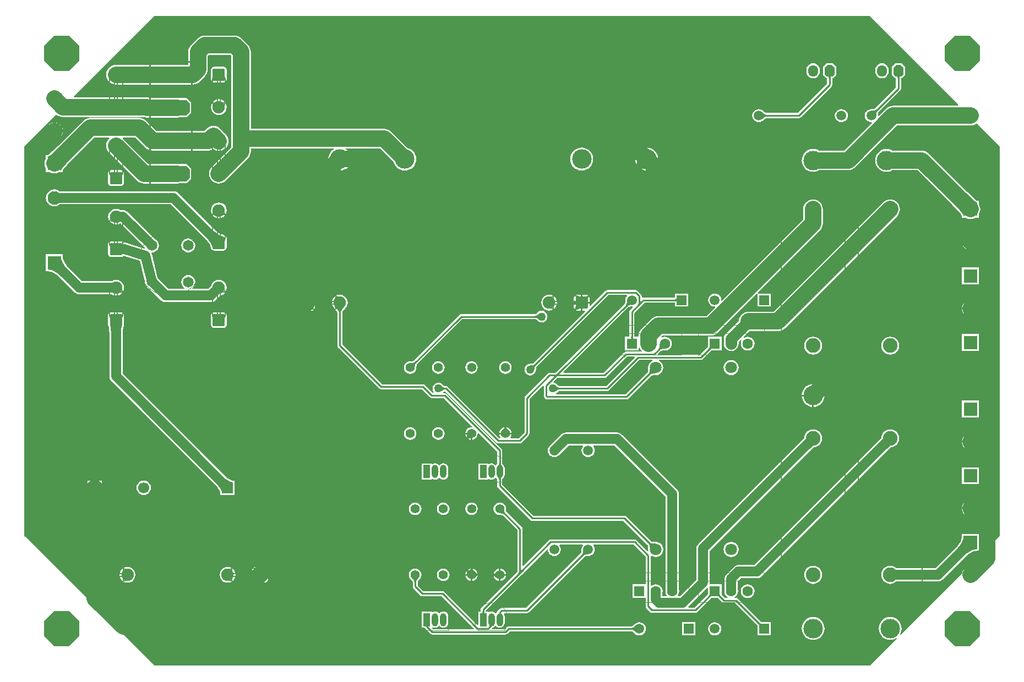
<source format=gbl>
G04*
G04 #@! TF.GenerationSoftware,Altium Limited,Altium Designer,18.0.7 (293)*
G04*
G04 Layer_Physical_Order=2*
G04 Layer_Color=16711680*
%FSLAX25Y25*%
%MOIN*%
G70*
G01*
G75*
%ADD10C,0.00787*%
%ADD12C,0.00500*%
%ADD13C,0.01000*%
%ADD20C,0.00197*%
%ADD21C,0.00394*%
%ADD22C,0.00300*%
%ADD46C,0.09843*%
%ADD47C,0.05906*%
%ADD48C,0.05906*%
%ADD49C,0.09843*%
%ADD50C,0.07000*%
%ADD51C,0.05906*%
%ADD52O,0.03937X0.07874*%
%ADD53R,0.03937X0.07874*%
%ADD54C,0.07087*%
%ADD55C,0.06496*%
G04:AMPARAMS|DCode=56|XSize=153.54mil|YSize=94.5mil|CornerRadius=0mil|HoleSize=0mil|Usage=FLASHONLY|Rotation=180.000|XOffset=0mil|YOffset=0mil|HoleType=Round|Shape=Octagon|*
%AMOCTAGOND56*
4,1,8,-0.07677,0.02363,-0.07677,-0.02363,-0.05315,-0.04725,0.05315,-0.04725,0.07677,-0.02363,0.07677,0.02363,0.05315,0.04725,-0.05315,0.04725,-0.07677,0.02363,0.0*
%
%ADD56OCTAGOND56*%

%ADD57R,0.08268X0.08268*%
%ADD58C,0.08268*%
%ADD59P,0.23438X8X22.5*%
%ADD60C,0.07500*%
G04:AMPARAMS|DCode=61|XSize=75mil|YSize=75mil|CornerRadius=9.38mil|HoleSize=0mil|Usage=FLASHONLY|Rotation=90.000|XOffset=0mil|YOffset=0mil|HoleType=Round|Shape=RoundedRectangle|*
%AMROUNDEDRECTD61*
21,1,0.07500,0.05625,0,0,90.0*
21,1,0.05625,0.07500,0,0,90.0*
1,1,0.01875,0.02813,0.02813*
1,1,0.01875,0.02813,-0.02813*
1,1,0.01875,-0.02813,-0.02813*
1,1,0.01875,-0.02813,0.02813*
%
%ADD61ROUNDEDRECTD61*%
G04:AMPARAMS|DCode=62|XSize=75mil|YSize=75mil|CornerRadius=9.38mil|HoleSize=0mil|Usage=FLASHONLY|Rotation=180.000|XOffset=0mil|YOffset=0mil|HoleType=Round|Shape=RoundedRectangle|*
%AMROUNDEDRECTD62*
21,1,0.07500,0.05625,0,0,180.0*
21,1,0.05625,0.07500,0,0,180.0*
1,1,0.01875,-0.02813,0.02813*
1,1,0.01875,0.02813,0.02813*
1,1,0.01875,0.02813,-0.02813*
1,1,0.01875,-0.02813,-0.02813*
%
%ADD62ROUNDEDRECTD62*%
%ADD63C,0.11811*%
%ADD65O,0.06000X0.07000*%
G04:AMPARAMS|DCode=66|XSize=60mil|YSize=70mil|CornerRadius=0mil|HoleSize=0mil|Usage=FLASHONLY|Rotation=0.000|XOffset=0mil|YOffset=0mil|HoleType=Round|Shape=Octagon|*
%AMOCTAGOND66*
4,1,8,-0.01500,0.03500,0.01500,0.03500,0.03000,0.02000,0.03000,-0.02000,0.01500,-0.03500,-0.01500,-0.03500,-0.03000,-0.02000,-0.03000,0.02000,-0.01500,0.03500,0.0*
%
%ADD66OCTAGOND66*%

%ADD67C,0.06693*%
%ADD68R,0.06693X0.06693*%
%ADD69C,0.06299*%
%ADD70R,0.06299X0.06299*%
%ADD71C,0.08858*%
%ADD72C,0.05512*%
%ADD73R,0.05906X0.05906*%
%ADD74C,0.05000*%
G36*
X530133Y357144D02*
X530048Y357114D01*
X529973Y357063D01*
X529908Y356992D01*
X529853Y356901D01*
X529808Y356790D01*
X529773Y356658D01*
X529748Y356506D01*
X529733Y356334D01*
X529728Y356142D01*
X528728D01*
X528723Y356334D01*
X528708Y356506D01*
X528683Y356658D01*
X528648Y356790D01*
X528603Y356901D01*
X528548Y356992D01*
X528483Y357063D01*
X528408Y357114D01*
X528323Y357144D01*
X528228Y357154D01*
X530228D01*
X530133Y357144D01*
D02*
G37*
G36*
X516499Y336422D02*
X516360Y336260D01*
X516235Y336070D01*
X516127Y335850D01*
X516033Y335601D01*
X515954Y335323D01*
X515891Y335016D01*
X515842Y334679D01*
X515790Y333918D01*
X515787Y333494D01*
X512864Y336417D01*
X513288Y336420D01*
X514049Y336472D01*
X514386Y336521D01*
X514693Y336584D01*
X514971Y336663D01*
X515220Y336757D01*
X515440Y336865D01*
X515630Y336989D01*
X515792Y337129D01*
X516499Y336422D01*
D02*
G37*
G36*
X565635Y339877D02*
X565444Y339415D01*
X525965D01*
X524805Y339300D01*
X523689Y338962D01*
X522660Y338412D01*
X521758Y337672D01*
X517261Y333174D01*
X516812Y333396D01*
X516821Y333465D01*
X516807Y333571D01*
X516810Y333880D01*
X516857Y334572D01*
X516895Y334840D01*
X516945Y335081D01*
X517002Y335282D01*
X517063Y335443D01*
X517123Y335563D01*
X517171Y335638D01*
X530310Y348777D01*
X530641Y349273D01*
X530758Y349858D01*
Y356130D01*
X531228D01*
X533228Y358130D01*
Y363130D01*
X531228Y365130D01*
X527228D01*
X525228Y363130D01*
Y358130D01*
X527228Y356130D01*
X527699D01*
Y350492D01*
X515008Y337801D01*
X514933Y337753D01*
X514813Y337693D01*
X514652Y337632D01*
X514451Y337575D01*
X514210Y337525D01*
X513942Y337487D01*
X513250Y337440D01*
X512941Y337437D01*
X512835Y337452D01*
X511803Y337316D01*
X510841Y336917D01*
X510015Y336284D01*
X509382Y335458D01*
X508984Y334496D01*
X508848Y333465D01*
X508984Y332433D01*
X509382Y331471D01*
X510015Y330645D01*
X510841Y330012D01*
X511803Y329614D01*
X512835Y329478D01*
X512904Y329487D01*
X513125Y329038D01*
X496336Y312249D01*
X481076D01*
X480214Y312710D01*
X478913Y313105D01*
X477559Y313238D01*
X476205Y313105D01*
X474904Y312710D01*
X473704Y312069D01*
X472652Y311206D01*
X471790Y310154D01*
X471148Y308955D01*
X470753Y307653D01*
X470620Y306299D01*
X470753Y304945D01*
X471148Y303644D01*
X471790Y302444D01*
X472652Y301393D01*
X473704Y300530D01*
X474904Y299888D01*
X476205Y299494D01*
X477559Y299360D01*
X478913Y299494D01*
X480214Y299888D01*
X481076Y300349D01*
X498800D01*
X499961Y300464D01*
X501077Y300802D01*
X502106Y301352D01*
X503007Y302092D01*
X528430Y327515D01*
X572835D01*
X573995Y327629D01*
X575111Y327968D01*
X576140Y328517D01*
X576609Y328903D01*
X590551Y314961D01*
Y78740D01*
X571997Y60186D01*
X571494Y60120D01*
X570246Y59603D01*
X569173Y58780D01*
X568350Y57707D01*
X567833Y56458D01*
X567767Y55956D01*
X530532Y18721D01*
X530126Y19022D01*
X530639Y19982D01*
X531034Y21284D01*
X531167Y22638D01*
X531034Y23991D01*
X530639Y25293D01*
X529998Y26493D01*
X529135Y27544D01*
X528084Y28407D01*
X526884Y29048D01*
X525582Y29443D01*
X524228Y29577D01*
X522875Y29443D01*
X521573Y29048D01*
X520373Y28407D01*
X519322Y27544D01*
X518459Y26493D01*
X517818Y25293D01*
X517423Y23991D01*
X517289Y22638D01*
X517423Y21284D01*
X517818Y19982D01*
X518459Y18783D01*
X519322Y17731D01*
X520373Y16868D01*
X521573Y16227D01*
X522875Y15832D01*
X524228Y15699D01*
X525582Y15832D01*
X526884Y16227D01*
X527844Y16740D01*
X528146Y16334D01*
X511811Y0D01*
X78740D01*
X0Y78740D01*
Y314961D01*
X19237Y334198D01*
X19923Y333635D01*
X20952Y333086D01*
X22068Y332747D01*
X23228Y332633D01*
X72293D01*
X72954Y332432D01*
X74115Y332318D01*
X92520D01*
X93681Y332432D01*
X94045Y332543D01*
X98334D01*
X101197Y335405D01*
Y341130D01*
X98334Y343993D01*
X94045D01*
X93681Y344103D01*
X92520Y344218D01*
X75622D01*
X74961Y344418D01*
X73800Y344532D01*
X30225D01*
X30034Y344994D01*
X78740Y393701D01*
X511811D01*
X565635Y339877D01*
D02*
G37*
%LPC*%
G36*
X519228Y365164D02*
X518184Y365027D01*
X517211Y364624D01*
X516376Y363983D01*
X515734Y363147D01*
X515331Y362174D01*
X515194Y361130D01*
Y360130D01*
X515331Y359086D01*
X515734Y358113D01*
X516376Y357277D01*
X517211Y356636D01*
X518184Y356233D01*
X519228Y356096D01*
X520273Y356233D01*
X521246Y356636D01*
X522081Y357277D01*
X522722Y358113D01*
X523126Y359086D01*
X523263Y360130D01*
Y361130D01*
X523126Y362174D01*
X522722Y363147D01*
X522081Y363983D01*
X521246Y364624D01*
X520273Y365027D01*
X519228Y365164D01*
D02*
G37*
G36*
X477559D02*
X476515Y365027D01*
X475542Y364624D01*
X474706Y363983D01*
X474065Y363147D01*
X473662Y362174D01*
X473525Y361130D01*
Y360130D01*
X473662Y359086D01*
X474065Y358113D01*
X474706Y357277D01*
X475542Y356636D01*
X476515Y356233D01*
X477559Y356096D01*
X478603Y356233D01*
X479576Y356636D01*
X480412Y357277D01*
X481053Y358113D01*
X481456Y359086D01*
X481594Y360130D01*
Y361130D01*
X481456Y362174D01*
X481053Y363147D01*
X480412Y363983D01*
X479576Y364624D01*
X478603Y365027D01*
X477559Y365164D01*
D02*
G37*
G36*
X120529Y363056D02*
X114904D01*
X114148Y362905D01*
X113507Y362477D01*
X113079Y361836D01*
X112929Y361080D01*
Y355455D01*
X113079Y354699D01*
X113507Y354058D01*
X114148Y353630D01*
X114904Y353480D01*
X120529D01*
X121285Y353630D01*
X121926Y354058D01*
X122354Y354699D01*
X122505Y355455D01*
Y361080D01*
X122354Y361836D01*
X121926Y362477D01*
X121285Y362905D01*
X120529Y363056D01*
D02*
G37*
G36*
X489559Y365130D02*
X485559D01*
X483559Y363130D01*
Y358130D01*
X485559Y356130D01*
X486030D01*
Y352634D01*
X468390Y334994D01*
X449289D01*
X449201Y335013D01*
X449074Y335055D01*
X448917Y335126D01*
X448734Y335228D01*
X448528Y335364D01*
X448312Y335526D01*
X447789Y335982D01*
X447570Y336198D01*
X447504Y336284D01*
X446678Y336917D01*
X445717Y337316D01*
X444685Y337452D01*
X443653Y337316D01*
X442692Y336917D01*
X441866Y336284D01*
X441232Y335458D01*
X440834Y334496D01*
X440698Y333465D01*
X440834Y332433D01*
X441232Y331471D01*
X441866Y330645D01*
X442692Y330012D01*
X443653Y329614D01*
X444685Y329478D01*
X445717Y329614D01*
X446678Y330012D01*
X447504Y330645D01*
X447570Y330731D01*
X447790Y330948D01*
X448312Y331403D01*
X448528Y331565D01*
X448734Y331701D01*
X448917Y331803D01*
X449074Y331874D01*
X449201Y331917D01*
X449289Y331935D01*
X469024D01*
X469609Y332052D01*
X470105Y332383D01*
X488640Y350919D01*
X488972Y351415D01*
X489088Y352000D01*
Y356130D01*
X489559D01*
X491559Y358130D01*
Y363130D01*
X489559Y365130D01*
D02*
G37*
G36*
X117717Y343374D02*
X116477Y343211D01*
X115321Y342732D01*
X114329Y341970D01*
X113567Y340978D01*
X113089Y339823D01*
X112926Y338583D01*
X113089Y337343D01*
X113567Y336187D01*
X114329Y335195D01*
X115321Y334434D01*
X116477Y333955D01*
X117717Y333792D01*
X118957Y333955D01*
X120112Y334434D01*
X121104Y335195D01*
X121866Y336187D01*
X122344Y337343D01*
X122508Y338583D01*
X122344Y339823D01*
X121866Y340978D01*
X121104Y341970D01*
X120112Y342732D01*
X118957Y343211D01*
X117717Y343374D01*
D02*
G37*
G36*
X494685Y337452D02*
X493653Y337316D01*
X492692Y336917D01*
X491866Y336284D01*
X491232Y335458D01*
X490834Y334496D01*
X490698Y333465D01*
X490834Y332433D01*
X491232Y331471D01*
X491866Y330645D01*
X492692Y330012D01*
X493653Y329614D01*
X494685Y329478D01*
X495717Y329614D01*
X496678Y330012D01*
X497504Y330645D01*
X498138Y331471D01*
X498536Y332433D01*
X498672Y333465D01*
X498536Y334496D01*
X498138Y335458D01*
X497504Y336284D01*
X496678Y336917D01*
X495717Y337316D01*
X494685Y337452D01*
D02*
G37*
G36*
X18610Y329128D02*
Y324516D01*
X23223D01*
X23112Y325356D01*
X22595Y326605D01*
X21772Y327677D01*
X20699Y328500D01*
X19450Y329017D01*
X18610Y329128D01*
D02*
G37*
G36*
X17610D02*
X16770Y329017D01*
X15521Y328500D01*
X14449Y327677D01*
X13626Y326605D01*
X13108Y325356D01*
X12998Y324516D01*
X17610D01*
Y329128D01*
D02*
G37*
G36*
X23223Y323516D02*
X18610D01*
Y318903D01*
X19450Y319014D01*
X20699Y319531D01*
X21772Y320354D01*
X22595Y321427D01*
X23112Y322676D01*
X23223Y323516D01*
D02*
G37*
G36*
X17610D02*
X12998D01*
X13108Y322676D01*
X13626Y321427D01*
X14449Y320354D01*
X15521Y319531D01*
X16770Y319014D01*
X17610Y318903D01*
Y323516D01*
D02*
G37*
G36*
X69702Y332016D02*
X39845D01*
X38684Y331901D01*
X37568Y331563D01*
X36540Y331013D01*
X35638Y330273D01*
X20187Y314822D01*
X16893Y311719D01*
X15290Y310365D01*
X14688Y309918D01*
X14227Y309621D01*
X13963Y309491D01*
X13842Y309465D01*
X12976D01*
Y308491D01*
X12969Y308453D01*
X12976Y308415D01*
Y307287D01*
X12613Y306608D01*
X12275Y305492D01*
X12160Y304331D01*
X12275Y303170D01*
X12613Y302054D01*
X12976Y301375D01*
Y299197D01*
X15154D01*
X15833Y298834D01*
X16949Y298495D01*
X18110Y298381D01*
X19271Y298495D01*
X20387Y298834D01*
X21067Y299197D01*
X22194D01*
X22232Y299189D01*
X22270Y299197D01*
X23244D01*
Y300063D01*
X23271Y300183D01*
X23400Y300448D01*
X23673Y300871D01*
X28611Y306418D01*
X42310Y320116D01*
X51398D01*
X51566Y319645D01*
X51305Y319430D01*
X50565Y318529D01*
X50015Y317500D01*
X49676Y316384D01*
X49562Y315223D01*
X49676Y314062D01*
X50015Y312946D01*
X50565Y311918D01*
X51305Y311016D01*
X68260Y294061D01*
X69162Y293321D01*
X70190Y292771D01*
X71306Y292432D01*
X72467Y292318D01*
X92520D01*
X93681Y292432D01*
X94045Y292543D01*
X98334D01*
X101197Y295405D01*
Y301130D01*
X98334Y303993D01*
X94045D01*
X93681Y304103D01*
X92520Y304218D01*
X74932D01*
X59719Y319430D01*
X59457Y319645D01*
X59626Y320116D01*
X67238D01*
X73293Y314061D01*
X74194Y313321D01*
X75223Y312771D01*
X76339Y312432D01*
X77500Y312318D01*
X111600D01*
X112761Y312432D01*
X113877Y312771D01*
X114374Y313036D01*
X114411Y313006D01*
X115440Y312456D01*
X116556Y312117D01*
X117717Y312003D01*
X118877Y312117D01*
X119993Y312456D01*
X121022Y313006D01*
X121924Y313746D01*
X122664Y314647D01*
X123214Y315676D01*
X123552Y316792D01*
X123667Y317953D01*
X123552Y319114D01*
X123214Y320230D01*
X122664Y321258D01*
X121924Y322160D01*
X118708Y325376D01*
X117806Y326116D01*
X116778Y326666D01*
X115662Y327004D01*
X114501Y327118D01*
X113340Y327004D01*
X112224Y326666D01*
X111195Y326116D01*
X110294Y325376D01*
X109135Y324218D01*
X79965D01*
X73909Y330273D01*
X73008Y331013D01*
X71979Y331563D01*
X70863Y331901D01*
X69702Y332016D01*
D02*
G37*
G36*
X377272Y313976D02*
Y307587D01*
X383661D01*
X383577Y308440D01*
X383182Y309742D01*
X382541Y310942D01*
X381678Y311993D01*
X380627Y312856D01*
X379427Y313497D01*
X378125Y313892D01*
X377272Y313976D01*
D02*
G37*
G36*
X376272D02*
X375418Y313892D01*
X374116Y313497D01*
X372917Y312856D01*
X371865Y311993D01*
X371002Y310942D01*
X370361Y309742D01*
X369966Y308440D01*
X369882Y307587D01*
X376272D01*
Y313976D01*
D02*
G37*
G36*
X371816Y306587D02*
X371307D01*
X371770Y306123D01*
X371791Y306229D01*
X371816Y306587D01*
D02*
G37*
G36*
X370860D02*
X369882D01*
X369966Y305733D01*
X370361Y304431D01*
X370726Y303749D01*
X370838Y305149D01*
X370860Y306587D01*
D02*
G37*
G36*
X376272D02*
X372353D01*
X376272Y302668D01*
Y306587D01*
D02*
G37*
G36*
Y302131D02*
X375914Y302106D01*
X375809Y302085D01*
X376272Y301622D01*
Y302131D01*
D02*
G37*
G36*
X383661Y306587D02*
X377272D01*
Y300197D01*
X378125Y300281D01*
X379427Y300676D01*
X380627Y301317D01*
X381678Y302180D01*
X382541Y303232D01*
X383182Y304431D01*
X383577Y305733D01*
X383661Y306587D01*
D02*
G37*
G36*
X376272Y301181D02*
X375734Y301179D01*
X373439Y301038D01*
X374116Y300676D01*
X375418Y300281D01*
X376272Y300197D01*
Y301181D01*
D02*
G37*
G36*
X197835Y306587D02*
X191445D01*
Y300197D01*
X192298Y300281D01*
X193600Y300676D01*
X194800Y301317D01*
X195851Y302180D01*
X196714Y303232D01*
X197355Y304431D01*
X197750Y305733D01*
X197835Y306587D01*
D02*
G37*
G36*
X190445D02*
X184055D01*
X184139Y305733D01*
X184534Y304431D01*
X185175Y303232D01*
X186038Y302180D01*
X187090Y301317D01*
X188289Y300676D01*
X189591Y300281D01*
X190445Y300197D01*
Y306587D01*
D02*
G37*
G36*
X337402Y314025D02*
X336048Y313892D01*
X334746Y313497D01*
X333546Y312856D01*
X332495Y311993D01*
X331632Y310942D01*
X330991Y309742D01*
X330596Y308440D01*
X330463Y307087D01*
X330596Y305733D01*
X330991Y304431D01*
X331632Y303232D01*
X332495Y302180D01*
X333546Y301317D01*
X334746Y300676D01*
X336048Y300281D01*
X337402Y300148D01*
X338755Y300281D01*
X340057Y300676D01*
X341257Y301317D01*
X342308Y302180D01*
X343171Y303232D01*
X343812Y304431D01*
X344207Y305733D01*
X344340Y307087D01*
X344207Y308440D01*
X343812Y309742D01*
X343171Y310942D01*
X342308Y311993D01*
X341257Y312856D01*
X340057Y313497D01*
X338755Y313892D01*
X337402Y314025D01*
D02*
G37*
G36*
X127200Y381950D02*
X109100D01*
X107939Y381836D01*
X106823Y381497D01*
X105794Y380947D01*
X104893Y380207D01*
X100893Y376207D01*
X100153Y375306D01*
X99603Y374277D01*
X99264Y373161D01*
X99150Y372000D01*
Y364218D01*
X55512D01*
X54351Y364103D01*
X53235Y363765D01*
X52206Y363215D01*
X51305Y362475D01*
X50565Y361573D01*
X50015Y360545D01*
X49676Y359429D01*
X49562Y358268D01*
X49676Y357107D01*
X50015Y355991D01*
X50565Y354962D01*
X51305Y354061D01*
X52206Y353321D01*
X53235Y352771D01*
X54351Y352432D01*
X55512Y352318D01*
X102000D01*
X103161Y352432D01*
X104277Y352771D01*
X105306Y353321D01*
X106207Y354061D01*
X109307Y357161D01*
X110047Y358062D01*
X110597Y359091D01*
X110936Y360207D01*
X111050Y361368D01*
Y369535D01*
X111565Y370050D01*
X124735D01*
X125250Y369535D01*
Y319400D01*
Y314216D01*
X113520Y302486D01*
X113507Y302477D01*
X113490Y302452D01*
X112769Y301573D01*
X112220Y300545D01*
X111881Y299429D01*
X111767Y298268D01*
X111881Y297107D01*
X112220Y295991D01*
X112769Y294962D01*
X113490Y294084D01*
X113507Y294058D01*
X113533Y294041D01*
X114411Y293321D01*
X115440Y292771D01*
X116556Y292432D01*
X117717Y292318D01*
X118877Y292432D01*
X119993Y292771D01*
X121022Y293321D01*
X121900Y294041D01*
X121926Y294058D01*
X121935Y294071D01*
X135407Y307544D01*
X136147Y308446D01*
X136697Y309474D01*
X137036Y310590D01*
X137150Y311751D01*
Y313450D01*
X187172D01*
X187294Y312965D01*
X187090Y312856D01*
X186038Y311993D01*
X185175Y310942D01*
X184534Y309742D01*
X184139Y308440D01*
X184055Y307587D01*
X197835D01*
X197750Y308440D01*
X197355Y309742D01*
X196714Y310942D01*
X195851Y311993D01*
X194800Y312856D01*
X194596Y312965D01*
X194718Y313450D01*
X215537D01*
X223621Y305367D01*
X223904Y304431D01*
X224546Y303232D01*
X225408Y302180D01*
X226460Y301317D01*
X227660Y300676D01*
X228961Y300281D01*
X230315Y300148D01*
X231669Y300281D01*
X232970Y300676D01*
X234170Y301317D01*
X235222Y302180D01*
X236085Y303232D01*
X236726Y304431D01*
X237121Y305733D01*
X237254Y307087D01*
X237121Y308440D01*
X236726Y309742D01*
X236085Y310942D01*
X235222Y311993D01*
X234170Y312856D01*
X232970Y313497D01*
X232035Y313781D01*
X222209Y323607D01*
X221307Y324347D01*
X220279Y324897D01*
X219162Y325236D01*
X218002Y325350D01*
X137150D01*
Y372000D01*
X137036Y373161D01*
X136697Y374277D01*
X136147Y375306D01*
X135407Y376207D01*
X131407Y380207D01*
X130506Y380947D01*
X129477Y381497D01*
X128361Y381836D01*
X127200Y381950D01*
D02*
G37*
G36*
X58324Y300326D02*
X52699D01*
X51943Y300176D01*
X51302Y299747D01*
X50874Y299107D01*
X50724Y298351D01*
Y292725D01*
X50874Y291969D01*
X51302Y291329D01*
X51943Y290900D01*
X52699Y290750D01*
X58324D01*
X59080Y290900D01*
X59721Y291329D01*
X60149Y291969D01*
X60300Y292725D01*
Y298351D01*
X60149Y299107D01*
X59721Y299747D01*
X59080Y300176D01*
X58324Y300326D01*
D02*
G37*
G36*
X117717Y280775D02*
X116477Y280612D01*
X115321Y280133D01*
X114329Y279372D01*
X113567Y278380D01*
X113089Y277224D01*
X112926Y275984D01*
X113089Y274744D01*
X113567Y273589D01*
X114329Y272597D01*
X115321Y271835D01*
X116477Y271357D01*
X117717Y271193D01*
X118957Y271357D01*
X120112Y271835D01*
X121104Y272597D01*
X121866Y273589D01*
X122344Y274744D01*
X122508Y275984D01*
X122344Y277224D01*
X121866Y278380D01*
X121104Y279372D01*
X120112Y280133D01*
X118957Y280612D01*
X117717Y280775D01*
D02*
G37*
G36*
X522047Y313238D02*
X520693Y313105D01*
X519392Y312710D01*
X518192Y312069D01*
X517141Y311206D01*
X516278Y310154D01*
X515636Y308955D01*
X515242Y307653D01*
X515108Y306299D01*
X515242Y304945D01*
X515636Y303644D01*
X516278Y302444D01*
X517141Y301393D01*
X518192Y300530D01*
X519392Y299888D01*
X520693Y299494D01*
X522047Y299360D01*
X523401Y299494D01*
X524703Y299888D01*
X525565Y300349D01*
X540764D01*
X562343Y278770D01*
X565446Y275476D01*
X566800Y273872D01*
X567248Y273271D01*
X567545Y272810D01*
X567674Y272545D01*
X567701Y272425D01*
Y271559D01*
X568675D01*
X568713Y271551D01*
X568751Y271559D01*
X569878D01*
X570558Y271196D01*
X571674Y270857D01*
X572835Y270743D01*
X573995Y270857D01*
X575111Y271196D01*
X575791Y271559D01*
X577969D01*
Y273737D01*
X578332Y274416D01*
X578670Y275532D01*
X578785Y276693D01*
X578670Y277854D01*
X578332Y278970D01*
X577969Y279649D01*
Y280777D01*
X577976Y280815D01*
X577969Y280853D01*
Y281827D01*
X577102D01*
X576982Y281853D01*
X576717Y281983D01*
X576294Y282255D01*
X570748Y287194D01*
X547435Y310506D01*
X546534Y311246D01*
X545505Y311796D01*
X544389Y312135D01*
X543228Y312249D01*
X525565D01*
X524703Y312710D01*
X523401Y313105D01*
X522047Y313238D01*
D02*
G37*
G36*
X18610Y269069D02*
Y264457D01*
X23223D01*
X23112Y265297D01*
X22595Y266546D01*
X21772Y267618D01*
X20699Y268441D01*
X19450Y268958D01*
X18610Y269069D01*
D02*
G37*
G36*
X17610D02*
X16770Y268958D01*
X15521Y268441D01*
X14449Y267618D01*
X13626Y266546D01*
X13108Y265297D01*
X12998Y264457D01*
X17610D01*
Y269069D01*
D02*
G37*
G36*
X23223Y263457D02*
X18610D01*
Y258844D01*
X19450Y258955D01*
X20699Y259472D01*
X21772Y260295D01*
X22595Y261368D01*
X23112Y262616D01*
X23223Y263457D01*
D02*
G37*
G36*
X17610D02*
X12998D01*
X13108Y262616D01*
X13626Y261368D01*
X14449Y260295D01*
X15521Y259472D01*
X16770Y258955D01*
X17610Y258844D01*
Y263457D01*
D02*
G37*
G36*
X573335Y262120D02*
Y257508D01*
X577947D01*
X577836Y258348D01*
X577319Y259597D01*
X576496Y260669D01*
X575424Y261492D01*
X574175Y262010D01*
X573335Y262120D01*
D02*
G37*
G36*
X572335Y262120D02*
X571494Y262010D01*
X570246Y261492D01*
X569173Y260669D01*
X568350Y259597D01*
X567833Y258348D01*
X567722Y257508D01*
X572335D01*
Y262120D01*
D02*
G37*
G36*
X55512Y276969D02*
X54272Y276806D01*
X53116Y276327D01*
X52124Y275566D01*
X51363Y274574D01*
X50884Y273418D01*
X50721Y272178D01*
X50884Y270938D01*
X51363Y269783D01*
X52124Y268791D01*
X53116Y268029D01*
X54272Y267551D01*
X55512Y267387D01*
X56752Y267551D01*
X57907Y268029D01*
X58086Y268166D01*
X72999Y253253D01*
X72731Y252813D01*
X61767Y256293D01*
X61677Y256309D01*
X61593Y256344D01*
X61166Y256401D01*
X60742Y256476D01*
X60651Y256468D01*
X60561Y256480D01*
X59870D01*
X59721Y256703D01*
X59080Y257131D01*
X58324Y257281D01*
X52699D01*
X51943Y257131D01*
X51302Y256703D01*
X50874Y256062D01*
X50724Y255306D01*
Y249681D01*
X50874Y248925D01*
X51302Y248284D01*
X51943Y247856D01*
X52699Y247705D01*
X58324D01*
X59080Y247856D01*
X59721Y248284D01*
X59870Y248506D01*
X59943D01*
X69944Y245332D01*
X72943Y233151D01*
X72881Y232677D01*
X73027Y231568D01*
X73455Y230535D01*
X74136Y229647D01*
X75023Y228967D01*
X75390Y228815D01*
X82606Y221598D01*
X82606Y221598D01*
X83432Y220965D01*
X84394Y220566D01*
X85425Y220430D01*
X113000D01*
X113000Y220430D01*
X114032Y220566D01*
X114993Y220965D01*
X115819Y221598D01*
X118692Y224471D01*
X118957Y224506D01*
X120112Y224985D01*
X121104Y225746D01*
X121866Y226738D01*
X122344Y227894D01*
X122508Y229134D01*
X122344Y230374D01*
X121866Y231529D01*
X121104Y232522D01*
X120112Y233283D01*
X118957Y233762D01*
X117717Y233925D01*
X116477Y233762D01*
X115321Y233283D01*
X114329Y232522D01*
X113567Y231529D01*
X113089Y230374D01*
X113054Y230110D01*
X111349Y228404D01*
X101541D01*
X101404Y228747D01*
X101402Y228904D01*
X102242Y229549D01*
X102923Y230436D01*
X103351Y231470D01*
X103497Y232579D01*
X103351Y233688D01*
X102923Y234721D01*
X102242Y235609D01*
X101355Y236289D01*
X100322Y236718D01*
X99213Y236863D01*
X98104Y236718D01*
X97070Y236289D01*
X96183Y235609D01*
X95502Y234721D01*
X95074Y233688D01*
X94928Y232579D01*
X95074Y231470D01*
X95502Y230436D01*
X96183Y229549D01*
X97023Y228904D01*
X97022Y228747D01*
X96884Y228404D01*
X87077D01*
X81028Y234453D01*
X80876Y234820D01*
X80682Y235073D01*
X77153Y249409D01*
X76981Y249847D01*
X76938Y249965D01*
X77032Y250160D01*
X77293Y250456D01*
X78274Y250586D01*
X79308Y251014D01*
X80195Y251695D01*
X80876Y252582D01*
X81304Y253615D01*
X81450Y254724D01*
X81304Y255833D01*
X80876Y256867D01*
X80195Y257754D01*
X79308Y258435D01*
X78941Y258587D01*
X62530Y274997D01*
X61705Y275631D01*
X60743Y276029D01*
X59711Y276165D01*
X59711Y276165D01*
X58119D01*
X57907Y276327D01*
X56752Y276806D01*
X55512Y276969D01*
D02*
G37*
G36*
X572335Y256508D02*
X567722D01*
X567833Y255668D01*
X568350Y254419D01*
X569173Y253346D01*
X570246Y252523D01*
X571494Y252006D01*
X572335Y251895D01*
Y256508D01*
D02*
G37*
G36*
X577947D02*
X573335D01*
Y251895D01*
X574175Y252006D01*
X575424Y252523D01*
X576496Y253346D01*
X577319Y254419D01*
X577836Y255668D01*
X577947Y256508D01*
D02*
G37*
G36*
X18110Y288820D02*
X16770Y288643D01*
X15521Y288126D01*
X14449Y287303D01*
X13626Y286231D01*
X13108Y284982D01*
X12932Y283642D01*
X13108Y282301D01*
X13626Y281052D01*
X14449Y279980D01*
X15521Y279157D01*
X16770Y278640D01*
X18110Y278463D01*
X19450Y278640D01*
X20699Y279157D01*
X21348Y279655D01*
X88723D01*
X109583Y258795D01*
X109715Y258657D01*
X110870Y257296D01*
X111345Y256647D01*
X111767Y255999D01*
X112132Y255363D01*
X112440Y254737D01*
X112692Y254122D01*
X112888Y253519D01*
X113041Y252886D01*
X113053Y252860D01*
X113079Y252731D01*
X113190Y252565D01*
X113208Y252525D01*
X113229Y252506D01*
X113507Y252090D01*
X114148Y251662D01*
X114904Y251511D01*
X120529D01*
X121285Y251662D01*
X121926Y252090D01*
X122354Y252731D01*
X122505Y253487D01*
Y259112D01*
X122354Y259868D01*
X121926Y260509D01*
X121510Y260786D01*
X121491Y260807D01*
X121451Y260826D01*
X121285Y260937D01*
X121156Y260963D01*
X121130Y260975D01*
X120496Y261127D01*
X119893Y261324D01*
X119279Y261576D01*
X118653Y261884D01*
X118016Y262248D01*
X117368Y262671D01*
X116720Y263146D01*
X115358Y264301D01*
X115221Y264433D01*
X93193Y286461D01*
X92368Y287094D01*
X91406Y287493D01*
X90374Y287629D01*
X90374Y287629D01*
X21348D01*
X20699Y288126D01*
X19450Y288643D01*
X18110Y288820D01*
D02*
G37*
G36*
X99213Y259009D02*
X98104Y258863D01*
X97070Y258435D01*
X96183Y257754D01*
X95502Y256867D01*
X95074Y255833D01*
X94928Y254724D01*
X95074Y253615D01*
X95502Y252582D01*
X96183Y251695D01*
X97070Y251014D01*
X98104Y250586D01*
X99213Y250440D01*
X100322Y250586D01*
X101355Y251014D01*
X102242Y251695D01*
X102923Y252582D01*
X103351Y253615D01*
X103497Y254724D01*
X103351Y255833D01*
X102923Y256867D01*
X102242Y257754D01*
X101355Y258435D01*
X100322Y258863D01*
X99213Y259009D01*
D02*
G37*
G36*
X22232Y249413D02*
X22206Y249408D01*
X22180Y249412D01*
X22155Y249406D01*
X12976D01*
Y240227D01*
X12970Y240202D01*
X12974Y240176D01*
X12969Y240150D01*
X12976Y240112D01*
Y239138D01*
X13911D01*
X13936Y239131D01*
X14699Y239092D01*
X15416Y238982D01*
X16141Y238798D01*
X16876Y238536D01*
X17623Y238195D01*
X18381Y237773D01*
X19149Y237270D01*
X19927Y236682D01*
X20715Y236010D01*
X21099Y235644D01*
X30429Y226315D01*
X30429Y226315D01*
X31255Y225681D01*
X32216Y225283D01*
X33248Y225147D01*
X52905D01*
X53116Y224985D01*
X54272Y224506D01*
X55512Y224343D01*
X56752Y224506D01*
X57907Y224985D01*
X58899Y225746D01*
X59661Y226738D01*
X60140Y227894D01*
X60303Y229134D01*
X60140Y230374D01*
X59661Y231529D01*
X58899Y232522D01*
X57907Y233283D01*
X56752Y233762D01*
X55512Y233925D01*
X54272Y233762D01*
X53116Y233283D01*
X52905Y233121D01*
X34899D01*
X26737Y241283D01*
X26372Y241667D01*
X25700Y242455D01*
X25112Y243233D01*
X24608Y244001D01*
X24187Y244759D01*
X23846Y245505D01*
X23584Y246240D01*
X23399Y246966D01*
X23289Y247682D01*
X23250Y248446D01*
X23244Y248470D01*
Y249406D01*
X22270D01*
X22232Y249413D01*
D02*
G37*
G36*
X577969Y241449D02*
X567701D01*
Y231181D01*
X577969D01*
Y241449D01*
D02*
G37*
G36*
X477559Y282643D02*
X476398Y282529D01*
X475282Y282190D01*
X474253Y281640D01*
X473352Y280900D01*
X472612Y279999D01*
X472062Y278970D01*
X471723Y277854D01*
X471609Y276693D01*
Y270524D01*
X422368Y221283D01*
X421920Y221504D01*
X421940Y221654D01*
X421804Y222686D01*
X421406Y223647D01*
X420772Y224473D01*
X419946Y225106D01*
X418985Y225505D01*
X417953Y225641D01*
X416921Y225505D01*
X415959Y225106D01*
X415134Y224473D01*
X414500Y223647D01*
X414102Y222686D01*
X413966Y221654D01*
X414102Y220622D01*
X414500Y219660D01*
X415134Y218834D01*
X415959Y218201D01*
X416921Y217803D01*
X417953Y217667D01*
X418102Y217686D01*
X418324Y217238D01*
X413051Y211965D01*
X383810D01*
X382649Y211851D01*
X381533Y211512D01*
X380505Y210962D01*
X379603Y210222D01*
X373588Y204207D01*
X372848Y203306D01*
X372298Y202277D01*
X371960Y201161D01*
X371845Y200000D01*
Y199425D01*
X369325D01*
Y213866D01*
X373381Y217923D01*
X375582Y220124D01*
X393843D01*
Y217701D01*
X401748D01*
Y225606D01*
X393843D01*
Y223183D01*
X374949D01*
X374363Y223067D01*
X374329Y223044D01*
X373829Y223311D01*
Y224000D01*
X373713Y224585D01*
X373381Y225081D01*
X371181Y227281D01*
X370685Y227613D01*
X370100Y227729D01*
X353000D01*
X352415Y227613D01*
X351919Y227281D01*
X342652Y218014D01*
X342190Y218206D01*
Y219579D01*
X337902D01*
Y215291D01*
X339275D01*
X339466Y214829D01*
X307955Y183318D01*
X307904Y183283D01*
X307812Y183235D01*
X307690Y183185D01*
X307539Y183138D01*
X307356Y183096D01*
X307157Y183064D01*
X306620Y183022D01*
X306377Y183020D01*
X306300Y183030D01*
X305386Y182910D01*
X304535Y182557D01*
X303804Y181996D01*
X303243Y181265D01*
X302890Y180414D01*
X302770Y179500D01*
X302890Y178586D01*
X303243Y177735D01*
X303804Y177004D01*
X304535Y176443D01*
X305386Y176090D01*
X306300Y175970D01*
X307214Y176090D01*
X308065Y176443D01*
X308796Y177004D01*
X309357Y177735D01*
X309710Y178586D01*
X309830Y179500D01*
X309821Y179568D01*
X309838Y180113D01*
X309862Y180344D01*
X309896Y180556D01*
X309938Y180738D01*
X309985Y180890D01*
X310034Y181012D01*
X310083Y181104D01*
X310118Y181155D01*
X353633Y224671D01*
X364498D01*
X364744Y224171D01*
X364342Y223647D01*
X363944Y222686D01*
X363808Y221654D01*
X363822Y221547D01*
X363820Y221238D01*
X363773Y220547D01*
X363735Y220279D01*
X363685Y220038D01*
X363628Y219836D01*
X363567Y219675D01*
X363507Y219555D01*
X363458Y219480D01*
X321797Y177818D01*
X321741Y177773D01*
X321652Y177713D01*
X321562Y177662D01*
X321471Y177620D01*
X321376Y177585D01*
X321277Y177558D01*
X321171Y177537D01*
X321100Y177529D01*
X318000D01*
X317415Y177413D01*
X316919Y177081D01*
X303219Y163381D01*
X302887Y162885D01*
X302771Y162300D01*
Y141333D01*
X299366Y137929D01*
X294439D01*
X294193Y138429D01*
X294488Y138814D01*
X294867Y139728D01*
X294930Y140209D01*
X291207D01*
X287485D01*
X287548Y139728D01*
X287927Y138814D01*
X288222Y138429D01*
X288007Y137993D01*
X287514Y137949D01*
X256381Y169081D01*
X255885Y169413D01*
X255300Y169529D01*
X254570D01*
X254509Y169541D01*
X254410Y169572D01*
X254289Y169623D01*
X254148Y169697D01*
X253990Y169796D01*
X253826Y169914D01*
X253417Y170265D01*
X253244Y170434D01*
X253196Y170496D01*
X252465Y171057D01*
X251614Y171410D01*
X250700Y171530D01*
X249786Y171410D01*
X248935Y171057D01*
X248204Y170496D01*
X247643Y169765D01*
X247290Y168914D01*
X247170Y168000D01*
X247290Y167086D01*
X247643Y166235D01*
X247923Y165870D01*
X247716Y165428D01*
X247256Y165382D01*
X242456Y170181D01*
X241960Y170513D01*
X241374Y170629D01*
X216533D01*
X192474Y194689D01*
Y214184D01*
X192475Y214200D01*
X192507Y214332D01*
X192574Y214510D01*
X192681Y214730D01*
X192834Y214985D01*
X193032Y215271D01*
X193270Y215577D01*
X193909Y216295D01*
X194205Y216593D01*
X194333Y216691D01*
X195094Y217683D01*
X195572Y218839D01*
X195736Y220079D01*
X195572Y221319D01*
X195094Y222474D01*
X194333Y223466D01*
X193340Y224228D01*
X192185Y224707D01*
X190945Y224870D01*
X189705Y224707D01*
X188549Y224228D01*
X187557Y223466D01*
X186796Y222474D01*
X186317Y221319D01*
X186154Y220079D01*
X186317Y218839D01*
X186796Y217683D01*
X187557Y216691D01*
X187685Y216593D01*
X187980Y216295D01*
X188620Y215577D01*
X188858Y215271D01*
X189056Y214985D01*
X189208Y214730D01*
X189316Y214511D01*
X189383Y214332D01*
X189414Y214200D01*
X189415Y214184D01*
Y194055D01*
X189532Y193470D01*
X189863Y192974D01*
X214819Y168019D01*
X215315Y167687D01*
X215900Y167571D01*
X240741D01*
X245602Y162709D01*
X246098Y162378D01*
X246684Y162261D01*
X253776D01*
X271112Y144925D01*
X270891Y144476D01*
X270735Y144497D01*
X269755Y144368D01*
X268841Y143989D01*
X268056Y143387D01*
X267454Y142603D01*
X267076Y141689D01*
X267013Y141209D01*
X270735D01*
Y140709D01*
X271235D01*
Y136986D01*
X271715Y137049D01*
X272629Y137428D01*
X273414Y138030D01*
X274016Y138814D01*
X274394Y139728D01*
X274523Y140709D01*
X274503Y140865D01*
X274951Y141086D01*
X286266Y129771D01*
Y122329D01*
X286261Y122259D01*
X286259Y122248D01*
X285678Y121802D01*
X285545Y121629D01*
X285045D01*
X284912Y121802D01*
X284292Y122278D01*
X283570Y122577D01*
X282795Y122679D01*
X282020Y122577D01*
X281298Y122278D01*
X281212Y122212D01*
X280764Y122433D01*
Y122654D01*
X274827D01*
Y112780D01*
X280764D01*
Y113000D01*
X281212Y113221D01*
X281298Y113155D01*
X282020Y112856D01*
X282795Y112754D01*
X283570Y112856D01*
X284292Y113155D01*
X284912Y113631D01*
X285045Y113804D01*
X285545D01*
X285678Y113631D01*
X286254Y113189D01*
X286266Y113069D01*
Y109100D01*
X286382Y108515D01*
X286714Y108019D01*
X306414Y88319D01*
X306910Y87987D01*
X307495Y87871D01*
X362722D01*
X377273Y73320D01*
X377276Y73316D01*
X377343Y73209D01*
X377417Y73050D01*
X377491Y72837D01*
X377560Y72571D01*
X377619Y72255D01*
X377665Y71900D01*
X377718Y71010D01*
X377720Y70618D01*
X377701Y70472D01*
X377823Y69547D01*
X377349Y69314D01*
X370581Y76081D01*
X370085Y76413D01*
X369500Y76529D01*
X318700D01*
X318115Y76413D01*
X317619Y76081D01*
X301991Y60454D01*
X301529Y60646D01*
Y82913D01*
X301413Y83499D01*
X301081Y83995D01*
X291907Y93169D01*
X291864Y93234D01*
X291809Y93342D01*
X291753Y93485D01*
X291701Y93665D01*
X291654Y93881D01*
X291618Y94119D01*
X291574Y94744D01*
X291571Y95024D01*
X291583Y95118D01*
X291454Y96099D01*
X291076Y97012D01*
X290474Y97797D01*
X289689Y98399D01*
X288776Y98777D01*
X287795Y98906D01*
X286815Y98777D01*
X285901Y98399D01*
X285117Y97797D01*
X284514Y97012D01*
X284136Y96099D01*
X284007Y95118D01*
X284136Y94138D01*
X284514Y93224D01*
X285117Y92440D01*
X285901Y91837D01*
X286815Y91459D01*
X287795Y91330D01*
X287879Y91341D01*
X288508Y91323D01*
X288782Y91297D01*
X289032Y91259D01*
X289248Y91213D01*
X289428Y91160D01*
X289571Y91104D01*
X289680Y91049D01*
X289744Y91007D01*
X298471Y82280D01*
Y57342D01*
X298463Y57271D01*
X298443Y57165D01*
X298415Y57065D01*
X298380Y56971D01*
X298338Y56879D01*
X298287Y56790D01*
X298227Y56701D01*
X298182Y56645D01*
X276714Y35177D01*
X276382Y34681D01*
X276266Y34095D01*
Y32890D01*
X274827D01*
Y24832D01*
X274365Y24640D01*
X254224Y44781D01*
X253728Y45113D01*
X253142Y45229D01*
X241548D01*
X238144Y48634D01*
Y50833D01*
X238159Y50908D01*
X238196Y51024D01*
X238259Y51165D01*
X238348Y51329D01*
X238468Y51515D01*
X238611Y51709D01*
X239021Y52182D01*
X239218Y52382D01*
X239293Y52439D01*
X239895Y53224D01*
X240273Y54138D01*
X240403Y55118D01*
X240273Y56099D01*
X239895Y57012D01*
X239293Y57797D01*
X238508Y58399D01*
X237595Y58777D01*
X236614Y58907D01*
X235634Y58777D01*
X234720Y58399D01*
X233935Y57797D01*
X233333Y57012D01*
X232955Y56099D01*
X232826Y55118D01*
X232955Y54138D01*
X233333Y53224D01*
X233935Y52439D01*
X234002Y52388D01*
X234435Y51930D01*
X234610Y51718D01*
X234760Y51515D01*
X234880Y51329D01*
X234970Y51165D01*
X235032Y51024D01*
X235069Y50908D01*
X235085Y50833D01*
Y48000D01*
X235201Y47415D01*
X235533Y46919D01*
X239833Y42619D01*
X240329Y42287D01*
X240914Y42171D01*
X252509D01*
X272172Y22507D01*
X271981Y22045D01*
X247559D01*
X246819Y22785D01*
X246851Y23011D01*
X246915Y23086D01*
X247375Y23310D01*
X247900Y23092D01*
X248675Y22990D01*
X249449Y23092D01*
X250172Y23391D01*
X250792Y23867D01*
X250925Y24040D01*
X251425D01*
X251557Y23867D01*
X252178Y23391D01*
X252900Y23092D01*
X253675Y22990D01*
X254450Y23092D01*
X255172Y23391D01*
X255792Y23867D01*
X256268Y24487D01*
X256567Y25209D01*
X256669Y25984D01*
Y29921D01*
X256567Y30696D01*
X256268Y31418D01*
X255792Y32039D01*
X255172Y32514D01*
X254450Y32813D01*
X253675Y32915D01*
X252900Y32813D01*
X252178Y32514D01*
X251557Y32039D01*
X251425Y31865D01*
X250925D01*
X250792Y32039D01*
X250172Y32514D01*
X249449Y32813D01*
X248675Y32915D01*
X247900Y32813D01*
X247178Y32514D01*
X247092Y32448D01*
X246643Y32669D01*
Y32890D01*
X240706D01*
Y23016D01*
X242372D01*
X242593Y22685D01*
X245844Y19434D01*
X246340Y19103D01*
X246925Y18986D01*
X291338D01*
X291924Y19103D01*
X292420Y19434D01*
X293897Y20912D01*
X367680D01*
X367767Y20893D01*
X367895Y20850D01*
X368051Y20779D01*
X368234Y20677D01*
X368440Y20542D01*
X368656Y20380D01*
X369179Y19924D01*
X369399Y19707D01*
X369464Y19622D01*
X370290Y18988D01*
X371252Y18590D01*
X372283Y18454D01*
X373315Y18590D01*
X374277Y18988D01*
X375102Y19622D01*
X375736Y20448D01*
X376134Y21409D01*
X376270Y22441D01*
X376134Y23473D01*
X375736Y24434D01*
X375102Y25260D01*
X374277Y25894D01*
X373315Y26292D01*
X372283Y26428D01*
X371252Y26292D01*
X370290Y25894D01*
X369464Y25260D01*
X369399Y25175D01*
X369179Y24958D01*
X368656Y24502D01*
X368440Y24340D01*
X368234Y24205D01*
X368051Y24103D01*
X367895Y24032D01*
X367767Y23989D01*
X367680Y23970D01*
X293264D01*
X292678Y23854D01*
X292182Y23522D01*
X290705Y22045D01*
X283056D01*
X282865Y22507D01*
X283188Y22830D01*
X283367Y22980D01*
X283431Y23028D01*
X283486Y23064D01*
X283515Y23080D01*
X283516Y23080D01*
X283531Y23087D01*
X283570Y23092D01*
X283802Y23188D01*
X283806Y23189D01*
X283806Y23190D01*
X284292Y23391D01*
X284912Y23867D01*
X285045Y24040D01*
X285545D01*
X285678Y23867D01*
X286298Y23391D01*
X287020Y23092D01*
X287795Y22990D01*
X288570Y23092D01*
X289292Y23391D01*
X289912Y23867D01*
X290388Y24487D01*
X290687Y25209D01*
X290789Y25984D01*
Y29921D01*
X290687Y30696D01*
X290388Y31418D01*
X290308Y31522D01*
X290530Y31971D01*
X304366D01*
X304952Y32087D01*
X305448Y32419D01*
X339165Y66136D01*
X339240Y66185D01*
X339360Y66244D01*
X339521Y66305D01*
X339723Y66362D01*
X339964Y66412D01*
X340231Y66450D01*
X340923Y66497D01*
X341232Y66500D01*
X341339Y66486D01*
X342371Y66621D01*
X343332Y67020D01*
X344158Y67653D01*
X344791Y68479D01*
X345190Y69441D01*
X345325Y70472D01*
X345190Y71504D01*
X344791Y72466D01*
X344404Y72971D01*
X344651Y73471D01*
X368866D01*
X376071Y66267D01*
Y49425D01*
X368134D01*
Y41126D01*
X376071D01*
Y36000D01*
X376187Y35415D01*
X376519Y34919D01*
X378819Y32619D01*
X379315Y32287D01*
X379900Y32171D01*
X406377D01*
X406962Y32287D01*
X407459Y32619D01*
X415717Y40877D01*
X415877Y41026D01*
X415998Y41122D01*
X416003Y41126D01*
X416191D01*
X416229Y41118D01*
X416268Y41126D01*
X419638D01*
X419676Y41118D01*
X419714Y41126D01*
X419901D01*
X420150Y40915D01*
X422547Y38519D01*
X423043Y38187D01*
X423628Y38071D01*
X430160D01*
X443755Y24476D01*
X443903Y24316D01*
X444000Y24196D01*
Y18488D01*
X451906D01*
Y26394D01*
X446200D01*
X445956Y26601D01*
X431875Y40681D01*
X431379Y41013D01*
X430794Y41129D01*
X430093D01*
X429993Y41629D01*
X430046Y41651D01*
X430912Y42316D01*
X431577Y43183D01*
X431996Y44192D01*
X432138Y45276D01*
X431996Y46359D01*
X431940Y46494D01*
Y51088D01*
X433951Y53100D01*
X443520D01*
X443520Y53100D01*
X444552Y53236D01*
X445513Y53634D01*
X446339Y54268D01*
X523578Y131507D01*
X524244Y132143D01*
X524491Y132354D01*
X525646Y132506D01*
X526966Y133053D01*
X528100Y133923D01*
X528971Y135057D01*
X529518Y136378D01*
X529704Y137795D01*
X529518Y139213D01*
X528971Y140533D01*
X528100Y141667D01*
X526966Y142537D01*
X525646Y143085D01*
X524228Y143271D01*
X522811Y143085D01*
X521490Y142537D01*
X520356Y141667D01*
X519486Y140533D01*
X518939Y139213D01*
X518801Y138166D01*
X517371Y136576D01*
X441868Y61073D01*
X432300D01*
X432300Y61073D01*
X431268Y60938D01*
X430307Y60539D01*
X429481Y59906D01*
X425134Y55559D01*
X424500Y54733D01*
X424102Y53771D01*
X423966Y52739D01*
X423966Y52739D01*
Y46494D01*
X423910Y46359D01*
X423767Y45276D01*
X423910Y44192D01*
X424328Y43183D01*
X424993Y42316D01*
X425860Y41651D01*
X425912Y41629D01*
X425813Y41129D01*
X424262D01*
X422352Y43040D01*
X422202Y43200D01*
X422106Y43321D01*
X422102Y43326D01*
Y43514D01*
X422110Y43552D01*
X422102Y43590D01*
Y49425D01*
X415263D01*
X414824Y49925D01*
X414887Y50400D01*
X414887Y50400D01*
Y69485D01*
X476909Y131507D01*
X477575Y132143D01*
X477822Y132354D01*
X478976Y132506D01*
X480297Y133053D01*
X481431Y133923D01*
X482301Y135057D01*
X482848Y136378D01*
X483035Y137795D01*
X482848Y139213D01*
X482301Y140533D01*
X481431Y141667D01*
X480297Y142537D01*
X478976Y143085D01*
X477559Y143271D01*
X476142Y143085D01*
X474821Y142537D01*
X473687Y141667D01*
X472817Y140533D01*
X472270Y139213D01*
X472132Y138166D01*
X470702Y136576D01*
X408081Y73955D01*
X407447Y73130D01*
X407049Y72168D01*
X406913Y71136D01*
X406913Y71136D01*
Y52051D01*
X397022Y42160D01*
X395754D01*
X395507Y42660D01*
X395908Y43183D01*
X396326Y44192D01*
X396469Y45276D01*
X396326Y46359D01*
X396270Y46494D01*
Y104016D01*
X396270Y104017D01*
X396134Y105049D01*
X395736Y106010D01*
X395103Y106836D01*
X395103Y106836D01*
X361719Y140219D01*
X360893Y140853D01*
X359932Y141251D01*
X358900Y141387D01*
X358900Y141387D01*
X327794D01*
X327794Y141387D01*
X326762Y141251D01*
X325800Y140853D01*
X324975Y140219D01*
X324975Y140219D01*
X318047Y133291D01*
X317413Y132466D01*
X317015Y131504D01*
X316879Y130472D01*
X317015Y129440D01*
X317413Y128479D01*
X318047Y127653D01*
X318873Y127020D01*
X319834Y126621D01*
X320866Y126486D01*
X321898Y126621D01*
X322860Y127020D01*
X323685Y127653D01*
X329445Y133413D01*
X337983D01*
X338229Y132913D01*
X337886Y132466D01*
X337488Y131504D01*
X337352Y130472D01*
X337488Y129440D01*
X337886Y128479D01*
X338520Y127653D01*
X339345Y127020D01*
X340307Y126621D01*
X341339Y126486D01*
X342371Y126621D01*
X343332Y127020D01*
X344158Y127653D01*
X344791Y128479D01*
X345190Y129440D01*
X345325Y130472D01*
X345190Y131504D01*
X344791Y132466D01*
X344448Y132913D01*
X344695Y133413D01*
X357249D01*
X388297Y102365D01*
Y46494D01*
X388241Y46359D01*
X388098Y45276D01*
X388241Y44192D01*
X388659Y43183D01*
X389060Y42660D01*
X388813Y42160D01*
X386270D01*
Y44057D01*
X386326Y44192D01*
X386469Y45276D01*
X386326Y46359D01*
X385908Y47368D01*
X385243Y48235D01*
X384376Y48900D01*
X383367Y49318D01*
X382283Y49461D01*
X381200Y49318D01*
X380191Y48900D01*
X379629Y48470D01*
X379129Y48716D01*
Y66536D01*
X379629Y66782D01*
X379992Y66504D01*
X381097Y66046D01*
X382283Y65890D01*
X383469Y66046D01*
X384575Y66504D01*
X385524Y67232D01*
X386252Y68181D01*
X386710Y69286D01*
X386866Y70472D01*
X386710Y71658D01*
X386252Y72764D01*
X385524Y73713D01*
X384575Y74441D01*
X383469Y74899D01*
X382283Y75055D01*
X382138Y75036D01*
X381746Y75038D01*
X380856Y75091D01*
X380501Y75137D01*
X380185Y75196D01*
X379919Y75265D01*
X379706Y75339D01*
X379546Y75413D01*
X379440Y75480D01*
X379435Y75483D01*
X364437Y90481D01*
X363941Y90813D01*
X363356Y90929D01*
X308129D01*
X289325Y109733D01*
Y113104D01*
X289330Y113175D01*
X289331Y113185D01*
X289912Y113631D01*
X290388Y114251D01*
X290687Y114973D01*
X290789Y115748D01*
Y119685D01*
X290687Y120460D01*
X290388Y121182D01*
X289912Y121802D01*
X289337Y122244D01*
X289325Y122364D01*
Y130405D01*
X289208Y130990D01*
X288877Y131486D01*
X255491Y164872D01*
X254995Y165204D01*
X254409Y165320D01*
X253715D01*
X253517Y165820D01*
X253636Y165932D01*
X253815Y166078D01*
X253990Y166204D01*
X254148Y166303D01*
X254289Y166377D01*
X254410Y166428D01*
X254509Y166459D01*
X254570Y166471D01*
X254666D01*
X285819Y135319D01*
X286315Y134987D01*
X286900Y134871D01*
X300000D01*
X300585Y134987D01*
X301081Y135319D01*
X305381Y139619D01*
X305713Y140115D01*
X305829Y140700D01*
Y161667D01*
X313971Y169808D01*
X314471Y169601D01*
Y163629D01*
X314587Y163044D01*
X314919Y162548D01*
X315548Y161919D01*
X316044Y161587D01*
X316629Y161471D01*
X364575D01*
X365160Y161587D01*
X365656Y161919D01*
X379435Y175698D01*
X379440Y175701D01*
X379546Y175768D01*
X379706Y175842D01*
X379919Y175916D01*
X380185Y175985D01*
X380501Y176044D01*
X380856Y176090D01*
X381746Y176143D01*
X382138Y176145D01*
X382283Y176126D01*
X383469Y176282D01*
X384575Y176740D01*
X385524Y177468D01*
X386252Y178417D01*
X386710Y179523D01*
X386866Y180709D01*
X386710Y181895D01*
X386252Y183000D01*
X385524Y183949D01*
X384575Y184677D01*
X384218Y184825D01*
X384318Y185325D01*
X409531D01*
X410117Y185441D01*
X410613Y185773D01*
X415717Y190877D01*
X415877Y191026D01*
X415998Y191122D01*
X416003Y191126D01*
X416191D01*
X416229Y191118D01*
X416268Y191126D01*
X422102D01*
Y199425D01*
X413803D01*
Y193590D01*
X413796Y193552D01*
X413803Y193514D01*
Y193327D01*
X413592Y193078D01*
X408898Y188384D01*
X383719D01*
X383528Y188846D01*
X385397Y190714D01*
X385483Y190770D01*
X385616Y190834D01*
X385794Y190899D01*
X386017Y190960D01*
X386284Y191014D01*
X386581Y191055D01*
X387339Y191104D01*
X387675Y191106D01*
X387795Y191090D01*
X388878Y191233D01*
X389888Y191651D01*
X390755Y192316D01*
X391420Y193183D01*
X391838Y194192D01*
X391981Y195276D01*
X391838Y196359D01*
X391420Y197368D01*
X390755Y198235D01*
X389888Y198900D01*
X388878Y199318D01*
X387795Y199461D01*
X386712Y199318D01*
X385898Y198981D01*
X385615Y199405D01*
X386275Y200065D01*
X415515D01*
X416676Y200179D01*
X417792Y200518D01*
X418821Y201068D01*
X419722Y201808D01*
X443500Y225586D01*
X444000Y225378D01*
X444000Y225201D01*
Y217701D01*
X451906D01*
Y225606D01*
X444425D01*
X444228Y225606D01*
X444021Y226106D01*
X481766Y263852D01*
X482506Y264753D01*
X483056Y265782D01*
X483395Y266898D01*
X483509Y268059D01*
Y276693D01*
X483395Y277854D01*
X483056Y278970D01*
X482506Y279999D01*
X481766Y280900D01*
X480865Y281640D01*
X479836Y282190D01*
X478720Y282529D01*
X477559Y282643D01*
D02*
G37*
G36*
X340214Y224867D02*
X337902D01*
Y220579D01*
X342190D01*
Y222891D01*
X342039Y223647D01*
X341611Y224288D01*
X340970Y224716D01*
X340214Y224867D01*
D02*
G37*
G36*
X174072D02*
X171760D01*
Y220579D01*
X176048D01*
Y222891D01*
X175897Y223647D01*
X175469Y224288D01*
X174828Y224716D01*
X174072Y224867D01*
D02*
G37*
G36*
X170760D02*
X168447D01*
X167691Y224716D01*
X167050Y224288D01*
X166622Y223647D01*
X166472Y222891D01*
Y220579D01*
X170760D01*
Y224867D01*
D02*
G37*
G36*
X336902D02*
X334589D01*
X333833Y224716D01*
X333192Y224288D01*
X332764Y223647D01*
X332614Y222891D01*
Y220579D01*
X336902D01*
Y224867D01*
D02*
G37*
G36*
X573335Y221742D02*
Y217130D01*
X577947D01*
X577836Y217970D01*
X577319Y219219D01*
X576496Y220291D01*
X575424Y221114D01*
X574175Y221632D01*
X573335Y221742D01*
D02*
G37*
G36*
X572335Y221742D02*
X571494Y221632D01*
X570246Y221114D01*
X569173Y220291D01*
X568350Y219219D01*
X567833Y217970D01*
X567722Y217130D01*
X572335D01*
Y221742D01*
D02*
G37*
G36*
X336902Y219579D02*
X332614D01*
Y217266D01*
X332764Y216510D01*
X333192Y215869D01*
X333833Y215441D01*
X334589Y215291D01*
X336902D01*
Y219579D01*
D02*
G37*
G36*
X176048D02*
X171760D01*
Y215291D01*
X174072D01*
X174828Y215441D01*
X175469Y215869D01*
X175897Y216510D01*
X176048Y217266D01*
Y219579D01*
D02*
G37*
G36*
X170760D02*
X166472D01*
Y217266D01*
X166622Y216510D01*
X167050Y215869D01*
X167691Y215441D01*
X168447Y215291D01*
X170760D01*
Y219579D01*
D02*
G37*
G36*
X317717Y224870D02*
X316477Y224707D01*
X315321Y224228D01*
X314329Y223466D01*
X313567Y222474D01*
X313089Y221319D01*
X312926Y220079D01*
X313089Y218839D01*
X313567Y217683D01*
X314329Y216691D01*
X315321Y215930D01*
X316477Y215451D01*
X317717Y215288D01*
X318957Y215451D01*
X320112Y215930D01*
X321104Y216691D01*
X321866Y217683D01*
X322344Y218839D01*
X322508Y220079D01*
X322344Y221319D01*
X321866Y222474D01*
X321104Y223466D01*
X320112Y224228D01*
X318957Y224707D01*
X317717Y224870D01*
D02*
G37*
G36*
X572335Y216130D02*
X567722D01*
X567833Y215290D01*
X568350Y214041D01*
X569173Y212968D01*
X570246Y212146D01*
X571494Y211628D01*
X572335Y211518D01*
Y216130D01*
D02*
G37*
G36*
X577947D02*
X573335D01*
Y211518D01*
X574175Y211628D01*
X575424Y212146D01*
X576496Y212968D01*
X577319Y214041D01*
X577836Y215290D01*
X577947Y216130D01*
D02*
G37*
G36*
X313200Y215130D02*
X312286Y215010D01*
X311435Y214657D01*
X310704Y214096D01*
X310662Y214042D01*
X310264Y213668D01*
X310085Y213522D01*
X309910Y213396D01*
X309752Y213297D01*
X309611Y213223D01*
X309490Y213172D01*
X309390Y213141D01*
X309331Y213129D01*
X264487D01*
X263902Y213013D01*
X263406Y212681D01*
X235544Y184820D01*
X235480Y184778D01*
X235372Y184723D01*
X235229Y184667D01*
X235049Y184614D01*
X234833Y184567D01*
X234595Y184532D01*
X233970Y184487D01*
X233690Y184485D01*
X233596Y184497D01*
X232615Y184368D01*
X231702Y183989D01*
X230917Y183387D01*
X230315Y182603D01*
X229937Y181689D01*
X229807Y180709D01*
X229937Y179728D01*
X230315Y178814D01*
X230917Y178030D01*
X231702Y177428D01*
X232615Y177049D01*
X233596Y176920D01*
X234576Y177049D01*
X235490Y177428D01*
X236275Y178030D01*
X236877Y178814D01*
X237255Y179728D01*
X237384Y180709D01*
X237373Y180792D01*
X237391Y181422D01*
X237417Y181695D01*
X237455Y181946D01*
X237501Y182161D01*
X237554Y182341D01*
X237610Y182485D01*
X237665Y182593D01*
X237707Y182657D01*
X265121Y210071D01*
X309331D01*
X309390Y210059D01*
X309490Y210028D01*
X309611Y209977D01*
X309752Y209903D01*
X309910Y209804D01*
X310074Y209686D01*
X310483Y209335D01*
X310656Y209166D01*
X310704Y209104D01*
X311435Y208543D01*
X312286Y208190D01*
X313200Y208070D01*
X314114Y208190D01*
X314965Y208543D01*
X315696Y209104D01*
X316257Y209835D01*
X316610Y210686D01*
X316730Y211600D01*
X316610Y212514D01*
X316257Y213365D01*
X315696Y214096D01*
X314965Y214657D01*
X314114Y215010D01*
X313200Y215130D01*
D02*
G37*
G36*
X120529Y214237D02*
X114904D01*
X114148Y214086D01*
X113507Y213658D01*
X113079Y213017D01*
X112929Y212261D01*
Y206636D01*
X113079Y205880D01*
X113507Y205239D01*
X114148Y204811D01*
X114904Y204661D01*
X120529D01*
X121285Y204811D01*
X121926Y205239D01*
X122354Y205880D01*
X122505Y206636D01*
Y212261D01*
X122354Y213017D01*
X121926Y213658D01*
X121285Y214086D01*
X120529Y214237D01*
D02*
G37*
G36*
X524228Y282643D02*
X523068Y282528D01*
X521951Y282190D01*
X520923Y281640D01*
X520021Y280900D01*
X453732Y214611D01*
X438510D01*
X437349Y214497D01*
X436233Y214158D01*
X435205Y213609D01*
X434303Y212869D01*
X433563Y211967D01*
X433013Y210938D01*
X432675Y209822D01*
X432612Y209182D01*
X424743Y201313D01*
X424022Y200373D01*
X423569Y199279D01*
X423414Y198104D01*
Y195276D01*
X423569Y194101D01*
X424022Y193006D01*
X424743Y192066D01*
X425683Y191345D01*
X426778Y190891D01*
X427953Y190737D01*
X429128Y190891D01*
X430222Y191345D01*
X431162Y192066D01*
X431883Y193006D01*
X432337Y194101D01*
X432492Y195276D01*
Y196224D01*
X433928Y197661D01*
X434328Y197368D01*
X433910Y196359D01*
X433767Y195276D01*
X433910Y194192D01*
X434328Y193183D01*
X434993Y192316D01*
X435860Y191651D01*
X436869Y191233D01*
X437953Y191090D01*
X439036Y191233D01*
X440045Y191651D01*
X440912Y192316D01*
X441577Y193183D01*
X441996Y194192D01*
X442138Y195276D01*
X441996Y196359D01*
X441577Y197368D01*
X440912Y198235D01*
X440045Y198900D01*
X439036Y199318D01*
X437953Y199461D01*
X436869Y199318D01*
X435860Y198900D01*
X435568Y199300D01*
X438979Y202712D01*
X456197D01*
X457358Y202826D01*
X458474Y203164D01*
X459503Y203714D01*
X460404Y204454D01*
X528436Y272486D01*
X529176Y273387D01*
X529725Y274416D01*
X530064Y275532D01*
X530178Y276693D01*
X530064Y277854D01*
X529725Y278970D01*
X529176Y279998D01*
X528436Y280900D01*
X527534Y281640D01*
X526505Y282190D01*
X525389Y282528D01*
X524228Y282643D01*
D02*
G37*
G36*
X577969Y201071D02*
X567701D01*
Y190803D01*
X577969D01*
Y201071D01*
D02*
G37*
G36*
X524228Y199492D02*
X522811Y199305D01*
X521490Y198758D01*
X520356Y197888D01*
X519486Y196754D01*
X518939Y195433D01*
X518752Y194016D01*
X518939Y192598D01*
X519486Y191278D01*
X520356Y190144D01*
X521490Y189274D01*
X522811Y188726D01*
X524228Y188540D01*
X525646Y188726D01*
X526966Y189274D01*
X528100Y190144D01*
X528971Y191278D01*
X529518Y192598D01*
X529704Y194016D01*
X529518Y195433D01*
X528971Y196754D01*
X528100Y197888D01*
X526966Y198758D01*
X525646Y199305D01*
X524228Y199492D01*
D02*
G37*
G36*
X477559D02*
X476142Y199305D01*
X474821Y198758D01*
X473687Y197888D01*
X472817Y196754D01*
X472270Y195433D01*
X472083Y194016D01*
X472270Y192598D01*
X472817Y191278D01*
X473687Y190144D01*
X474821Y189274D01*
X476142Y188726D01*
X477559Y188540D01*
X478976Y188726D01*
X480297Y189274D01*
X481431Y190144D01*
X482301Y191278D01*
X482848Y192598D01*
X483035Y194016D01*
X482848Y195433D01*
X482301Y196754D01*
X481431Y197888D01*
X480297Y198758D01*
X478976Y199305D01*
X477559Y199492D01*
D02*
G37*
G36*
X291207Y184497D02*
X290227Y184368D01*
X289313Y183989D01*
X288529Y183387D01*
X287927Y182603D01*
X287548Y181689D01*
X287419Y180709D01*
X287548Y179728D01*
X287927Y178814D01*
X288529Y178030D01*
X289313Y177428D01*
X290227Y177049D01*
X291207Y176920D01*
X292188Y177049D01*
X293102Y177428D01*
X293886Y178030D01*
X294488Y178814D01*
X294867Y179728D01*
X294996Y180709D01*
X294867Y181689D01*
X294488Y182603D01*
X293886Y183387D01*
X293102Y183989D01*
X292188Y184368D01*
X291207Y184497D01*
D02*
G37*
G36*
X270735D02*
X269755Y184368D01*
X268841Y183989D01*
X268056Y183387D01*
X267454Y182603D01*
X267076Y181689D01*
X266947Y180709D01*
X267076Y179728D01*
X267454Y178814D01*
X268056Y178030D01*
X268841Y177428D01*
X269755Y177049D01*
X270735Y176920D01*
X271715Y177049D01*
X272629Y177428D01*
X273414Y178030D01*
X274016Y178814D01*
X274394Y179728D01*
X274523Y180709D01*
X274394Y181689D01*
X274016Y182603D01*
X273414Y183387D01*
X272629Y183989D01*
X271715Y184368D01*
X270735Y184497D01*
D02*
G37*
G36*
X250656D02*
X249676Y184368D01*
X248762Y183989D01*
X247977Y183387D01*
X247375Y182603D01*
X246997Y181689D01*
X246868Y180709D01*
X246997Y179728D01*
X247375Y178814D01*
X247977Y178030D01*
X248762Y177428D01*
X249676Y177049D01*
X250656Y176920D01*
X251637Y177049D01*
X252550Y177428D01*
X253335Y178030D01*
X253937Y178814D01*
X254315Y179728D01*
X254445Y180709D01*
X254315Y181689D01*
X253937Y182603D01*
X253335Y183387D01*
X252550Y183989D01*
X251637Y184368D01*
X250656Y184497D01*
D02*
G37*
G36*
X573335Y181364D02*
Y176752D01*
X577947D01*
X577836Y177592D01*
X577319Y178841D01*
X576496Y179913D01*
X575424Y180736D01*
X574175Y181254D01*
X573335Y181364D01*
D02*
G37*
G36*
X572335Y181364D02*
X571494Y181254D01*
X570246Y180736D01*
X569173Y179913D01*
X568350Y178841D01*
X567833Y177592D01*
X567722Y176752D01*
X572335D01*
Y181364D01*
D02*
G37*
G36*
X427953Y185291D02*
X426767Y185135D01*
X425662Y184677D01*
X424713Y183949D01*
X423984Y183000D01*
X423526Y181895D01*
X423370Y180709D01*
X423526Y179523D01*
X423984Y178417D01*
X424713Y177468D01*
X425662Y176740D01*
X426767Y176282D01*
X427953Y176126D01*
X429139Y176282D01*
X430244Y176740D01*
X431193Y177468D01*
X431921Y178417D01*
X432379Y179523D01*
X432535Y180709D01*
X432379Y181895D01*
X431921Y183000D01*
X431193Y183949D01*
X430244Y184677D01*
X429139Y185135D01*
X427953Y185291D01*
D02*
G37*
G36*
X572335Y175752D02*
X567722D01*
X567833Y174912D01*
X568350Y173663D01*
X569173Y172590D01*
X570246Y171768D01*
X571494Y171250D01*
X572335Y171140D01*
Y175752D01*
D02*
G37*
G36*
X577947D02*
X573335D01*
Y171140D01*
X574175Y171250D01*
X575424Y171768D01*
X576496Y172590D01*
X577319Y173663D01*
X577836Y174912D01*
X577947Y175752D01*
D02*
G37*
G36*
X478059Y170669D02*
Y164280D01*
X484449D01*
X484365Y165133D01*
X483970Y166435D01*
X483328Y167635D01*
X482466Y168686D01*
X481414Y169549D01*
X480214Y170190D01*
X478913Y170585D01*
X478059Y170669D01*
D02*
G37*
G36*
X477059D02*
X476205Y170585D01*
X474904Y170190D01*
X473704Y169549D01*
X472652Y168686D01*
X471790Y167635D01*
X471148Y166435D01*
X470753Y165133D01*
X470669Y164280D01*
X477059D01*
Y170669D01*
D02*
G37*
G36*
X484449Y163280D02*
X478059D01*
Y156890D01*
X478913Y156974D01*
X480214Y157369D01*
X481414Y158010D01*
X482466Y158873D01*
X483328Y159924D01*
X483970Y161124D01*
X484365Y162426D01*
X484449Y163280D01*
D02*
G37*
G36*
X477059D02*
X470669D01*
X470753Y162426D01*
X471148Y161124D01*
X471790Y159924D01*
X472652Y158873D01*
X473704Y158010D01*
X474904Y157369D01*
X476205Y156974D01*
X477059Y156890D01*
Y163280D01*
D02*
G37*
G36*
X577969Y160693D02*
X567701D01*
Y150425D01*
X577969D01*
Y160693D01*
D02*
G37*
G36*
X291848Y144413D02*
X291936Y144211D01*
X292065Y143976D01*
X292222Y143732D01*
X292408Y143481D01*
X292622Y143221D01*
X293137Y142677D01*
X291707D01*
Y141209D01*
X294930D01*
X294867Y141689D01*
X294488Y142603D01*
X293886Y143387D01*
X293102Y143989D01*
X292188Y144368D01*
X291848Y144413D01*
D02*
G37*
G36*
X290567D02*
X290227Y144368D01*
X289313Y143989D01*
X288529Y143387D01*
X287927Y142603D01*
X287548Y141689D01*
X287485Y141209D01*
X290707D01*
Y142677D01*
X289278D01*
X289550Y142953D01*
X290007Y143481D01*
X290193Y143732D01*
X290350Y143976D01*
X290479Y144211D01*
X290567Y144413D01*
D02*
G37*
G36*
X267966Y140209D02*
X267013D01*
X267076Y139728D01*
X267454Y138814D01*
X267663Y138542D01*
X267743Y138747D01*
X267818Y139004D01*
X267880Y139288D01*
X267926Y139597D01*
X267958Y139933D01*
X267966Y140209D01*
D02*
G37*
G36*
X270235D02*
X268452D01*
X270235Y138425D01*
Y140209D01*
D02*
G37*
G36*
Y137943D02*
X269624Y137900D01*
X269314Y137853D01*
X269031Y137792D01*
X268773Y137716D01*
X268568Y137637D01*
X268841Y137428D01*
X269755Y137049D01*
X270235Y136986D01*
Y137943D01*
D02*
G37*
G36*
X250656Y144497D02*
X249676Y144368D01*
X248762Y143989D01*
X247977Y143387D01*
X247375Y142603D01*
X246997Y141689D01*
X246868Y140709D01*
X246997Y139728D01*
X247375Y138814D01*
X247977Y138030D01*
X248762Y137428D01*
X249676Y137049D01*
X250656Y136920D01*
X251637Y137049D01*
X252550Y137428D01*
X253335Y138030D01*
X253937Y138814D01*
X254315Y139728D01*
X254445Y140709D01*
X254315Y141689D01*
X253937Y142603D01*
X253335Y143387D01*
X252550Y143989D01*
X251637Y144368D01*
X250656Y144497D01*
D02*
G37*
G36*
X233596D02*
X232615Y144368D01*
X231702Y143989D01*
X230917Y143387D01*
X230315Y142603D01*
X229937Y141689D01*
X229807Y140709D01*
X229937Y139728D01*
X230315Y138814D01*
X230917Y138030D01*
X231702Y137428D01*
X232615Y137049D01*
X233596Y136920D01*
X234576Y137049D01*
X235490Y137428D01*
X236275Y138030D01*
X236877Y138814D01*
X237255Y139728D01*
X237384Y140709D01*
X237255Y141689D01*
X236877Y142603D01*
X236275Y143387D01*
X235490Y143989D01*
X234576Y144368D01*
X233596Y144497D01*
D02*
G37*
G36*
X573335Y140986D02*
Y136374D01*
X577947D01*
X577836Y137214D01*
X577319Y138463D01*
X576496Y139535D01*
X575424Y140358D01*
X574175Y140876D01*
X573335Y140986D01*
D02*
G37*
G36*
X572335Y140986D02*
X571494Y140876D01*
X570246Y140358D01*
X569173Y139535D01*
X568350Y138463D01*
X567833Y137214D01*
X567722Y136374D01*
X572335D01*
Y140986D01*
D02*
G37*
G36*
Y135374D02*
X567722D01*
X567833Y134534D01*
X568350Y133285D01*
X569173Y132212D01*
X570246Y131390D01*
X571494Y130872D01*
X572335Y130762D01*
Y135374D01*
D02*
G37*
G36*
X577947D02*
X573335D01*
Y130762D01*
X574175Y130872D01*
X575424Y131390D01*
X576496Y132212D01*
X577319Y133285D01*
X577836Y134534D01*
X577947Y135374D01*
D02*
G37*
G36*
X253675Y122679D02*
X252900Y122577D01*
X252178Y122278D01*
X251557Y121802D01*
X251425Y121629D01*
X250925D01*
X250792Y121802D01*
X250172Y122278D01*
X249449Y122577D01*
X248675Y122679D01*
X247900Y122577D01*
X247178Y122278D01*
X247092Y122212D01*
X246643Y122433D01*
Y122654D01*
X240706D01*
Y112780D01*
X246643D01*
Y113000D01*
X247092Y113221D01*
X247178Y113155D01*
X247900Y112856D01*
X248675Y112754D01*
X249449Y112856D01*
X250172Y113155D01*
X250792Y113631D01*
X250925Y113804D01*
X251425D01*
X251557Y113631D01*
X252178Y113155D01*
X252900Y112856D01*
X253675Y112754D01*
X254450Y112856D01*
X255172Y113155D01*
X255792Y113631D01*
X256268Y114251D01*
X256567Y114973D01*
X256669Y115748D01*
Y119685D01*
X256567Y120460D01*
X256268Y121182D01*
X255792Y121802D01*
X255172Y122278D01*
X254450Y122577D01*
X253675Y122679D01*
D02*
G37*
G36*
X577969Y120315D02*
X567701D01*
Y110047D01*
X577969D01*
Y120315D01*
D02*
G37*
G36*
X153059Y112192D02*
Y108374D01*
X156877D01*
X156794Y109009D01*
X156356Y110066D01*
X155659Y110974D01*
X154751Y111671D01*
X153694Y112109D01*
X153059Y112192D01*
D02*
G37*
G36*
X152059D02*
X151424Y112109D01*
X150367Y111671D01*
X149459Y110974D01*
X148762Y110066D01*
X148324Y109009D01*
X148241Y108374D01*
X152059D01*
Y112192D01*
D02*
G37*
G36*
X47063Y112221D02*
X43217D01*
Y108374D01*
X47063D01*
Y112221D01*
D02*
G37*
G36*
X42217D02*
X38370D01*
Y108374D01*
X42217D01*
Y112221D01*
D02*
G37*
G36*
X156877Y107374D02*
X155908D01*
X155908Y107342D01*
X155964Y106453D01*
X155974Y106371D01*
X156862Y107259D01*
X156877Y107374D01*
D02*
G37*
G36*
X155439D02*
X153059D01*
Y104994D01*
X155439Y107374D01*
D02*
G37*
G36*
X153059Y104525D02*
Y103556D01*
X153174Y103571D01*
X154062Y104459D01*
X153980Y104470D01*
X153091Y104525D01*
X153059Y104525D01*
D02*
G37*
G36*
X152059Y107374D02*
X148241D01*
X148324Y106739D01*
X148762Y105682D01*
X149459Y104774D01*
X150367Y104077D01*
X151424Y103639D01*
X152059Y103556D01*
Y107374D01*
D02*
G37*
G36*
X47063D02*
X43217D01*
Y103527D01*
X47063D01*
Y107374D01*
D02*
G37*
G36*
X42217D02*
X38370D01*
Y103527D01*
X42217D01*
Y107374D01*
D02*
G37*
G36*
X58324Y214237D02*
X52699D01*
X51943Y214086D01*
X51302Y213658D01*
X50874Y213017D01*
X50724Y212261D01*
Y206636D01*
X50813Y206186D01*
X50813Y206178D01*
X50820Y206154D01*
X50874Y205880D01*
X50925Y205805D01*
X50927Y205797D01*
X51032Y205600D01*
X51115Y205368D01*
X51204Y205016D01*
X51282Y204590D01*
X51525Y200921D01*
Y175394D01*
X51525Y175394D01*
X51661Y174362D01*
X52059Y173400D01*
X52693Y172574D01*
X115448Y109819D01*
X115563Y109700D01*
X116859Y108211D01*
X117363Y107545D01*
X117788Y106913D01*
X118125Y106329D01*
X118378Y105796D01*
X118550Y105318D01*
X118645Y104900D01*
X118681Y104457D01*
X118685Y104442D01*
Y103527D01*
X119659D01*
X119697Y103520D01*
X119735Y103527D01*
X119743D01*
X119779Y103523D01*
X119794Y103527D01*
X127378D01*
Y111111D01*
X127382Y111126D01*
X127378Y111163D01*
Y111170D01*
X127385Y111208D01*
X127378Y111247D01*
Y112221D01*
X126463D01*
X126448Y112225D01*
X126006Y112260D01*
X125588Y112356D01*
X125110Y112527D01*
X124577Y112780D01*
X123992Y113118D01*
X123361Y113542D01*
X122694Y114047D01*
X121205Y115342D01*
X121086Y115458D01*
X59499Y177045D01*
Y200787D01*
X59513Y201755D01*
X59598Y203339D01*
X59737Y204566D01*
X59820Y205016D01*
X59909Y205368D01*
X59992Y205600D01*
X60097Y205797D01*
X60099Y205805D01*
X60149Y205880D01*
X60204Y206154D01*
X60211Y206178D01*
X60210Y206186D01*
X60300Y206636D01*
Y212261D01*
X60149Y213017D01*
X59721Y213658D01*
X59080Y214086D01*
X58324Y214237D01*
D02*
G37*
G36*
X72244Y112258D02*
X71109Y112109D01*
X70052Y111671D01*
X69144Y110974D01*
X68447Y110066D01*
X68009Y109009D01*
X67860Y107874D01*
X68009Y106739D01*
X68447Y105682D01*
X69144Y104774D01*
X70052Y104077D01*
X71109Y103639D01*
X72244Y103490D01*
X73379Y103639D01*
X74436Y104077D01*
X75344Y104774D01*
X76041Y105682D01*
X76479Y106739D01*
X76628Y107874D01*
X76479Y109009D01*
X76041Y110066D01*
X75344Y110974D01*
X74436Y111671D01*
X73379Y112109D01*
X72244Y112258D01*
D02*
G37*
G36*
X573335Y100608D02*
Y95996D01*
X577947D01*
X577836Y96836D01*
X577319Y98085D01*
X576496Y99158D01*
X575424Y99980D01*
X574175Y100498D01*
X573335Y100608D01*
D02*
G37*
G36*
X572335Y100608D02*
X571494Y100498D01*
X570246Y99980D01*
X569173Y99158D01*
X568350Y98085D01*
X567833Y96836D01*
X567722Y95996D01*
X572335D01*
Y100608D01*
D02*
G37*
G36*
X270735Y98906D02*
X269754Y98777D01*
X268841Y98399D01*
X268056Y97797D01*
X267454Y97012D01*
X267076Y96099D01*
X266947Y95118D01*
X267076Y94138D01*
X267454Y93224D01*
X268056Y92440D01*
X268841Y91837D01*
X269754Y91459D01*
X270735Y91330D01*
X271715Y91459D01*
X272629Y91837D01*
X273413Y92440D01*
X274016Y93224D01*
X274394Y94138D01*
X274523Y95118D01*
X274394Y96099D01*
X274016Y97012D01*
X273413Y97797D01*
X272629Y98399D01*
X271715Y98777D01*
X270735Y98906D01*
D02*
G37*
G36*
X253675D02*
X252694Y98777D01*
X251780Y98399D01*
X250996Y97797D01*
X250394Y97012D01*
X250015Y96099D01*
X249886Y95118D01*
X250015Y94138D01*
X250394Y93224D01*
X250996Y92440D01*
X251780Y91837D01*
X252694Y91459D01*
X253675Y91330D01*
X254655Y91459D01*
X255569Y91837D01*
X256353Y92440D01*
X256955Y93224D01*
X257334Y94138D01*
X257463Y95118D01*
X257334Y96099D01*
X256955Y97012D01*
X256353Y97797D01*
X255569Y98399D01*
X254655Y98777D01*
X253675Y98906D01*
D02*
G37*
G36*
X236614D02*
X235634Y98777D01*
X234720Y98399D01*
X233935Y97797D01*
X233333Y97012D01*
X232955Y96099D01*
X232826Y95118D01*
X232955Y94138D01*
X233333Y93224D01*
X233935Y92440D01*
X234720Y91837D01*
X235634Y91459D01*
X236614Y91330D01*
X237595Y91459D01*
X238508Y91837D01*
X239293Y92440D01*
X239895Y93224D01*
X240273Y94138D01*
X240403Y95118D01*
X240273Y96099D01*
X239895Y97012D01*
X239293Y97797D01*
X238508Y98399D01*
X237595Y98777D01*
X236614Y98906D01*
D02*
G37*
G36*
X572335Y94996D02*
X567722D01*
X567833Y94156D01*
X568350Y92907D01*
X569173Y91834D01*
X570246Y91012D01*
X571494Y90494D01*
X572335Y90384D01*
Y94996D01*
D02*
G37*
G36*
X577947D02*
X573335D01*
Y90384D01*
X574175Y90494D01*
X575424Y91012D01*
X576496Y91834D01*
X577319Y92907D01*
X577836Y94156D01*
X577947Y94996D01*
D02*
G37*
G36*
X427953Y75055D02*
X426767Y74899D01*
X425662Y74441D01*
X424713Y73713D01*
X423984Y72764D01*
X423526Y71658D01*
X423370Y70472D01*
X423526Y69286D01*
X423984Y68181D01*
X424713Y67232D01*
X425662Y66504D01*
X426767Y66046D01*
X427953Y65890D01*
X429139Y66046D01*
X430244Y66504D01*
X431193Y67232D01*
X431921Y68181D01*
X432379Y69286D01*
X432535Y70472D01*
X432379Y71658D01*
X431921Y72764D01*
X431193Y73713D01*
X430244Y74441D01*
X429139Y74899D01*
X427953Y75055D01*
D02*
G37*
G36*
X568713Y79945D02*
X568675Y79937D01*
X567701D01*
Y79002D01*
X567695Y78977D01*
X567655Y78214D01*
X567545Y77497D01*
X567361Y76772D01*
X567099Y76037D01*
X566758Y75290D01*
X566336Y74533D01*
X565833Y73765D01*
X565245Y72986D01*
X564572Y72198D01*
X564207Y71814D01*
X551498Y59105D01*
X529135D01*
X528214Y59127D01*
X527890Y59152D01*
X526966Y59860D01*
X525646Y60408D01*
X524228Y60594D01*
X522811Y60408D01*
X521490Y59860D01*
X520356Y58990D01*
X519486Y57856D01*
X518939Y56536D01*
X518752Y55118D01*
X518939Y53701D01*
X519486Y52380D01*
X520356Y51246D01*
X521490Y50376D01*
X522811Y49829D01*
X524228Y49642D01*
X525646Y49829D01*
X526966Y50376D01*
X527804Y51019D01*
X529939Y51131D01*
X553150D01*
X553150Y51131D01*
X554181Y51267D01*
X555143Y51666D01*
X555969Y52299D01*
X569845Y66176D01*
X570230Y66541D01*
X571018Y67213D01*
X571796Y67801D01*
X572564Y68305D01*
X573322Y68727D01*
X574068Y69067D01*
X574803Y69329D01*
X575529Y69514D01*
X576245Y69624D01*
X577009Y69663D01*
X577033Y69669D01*
X577969D01*
Y70643D01*
X577976Y70681D01*
X577971Y70707D01*
X577975Y70733D01*
X577969Y70758D01*
Y79937D01*
X568790D01*
X568765Y79943D01*
X568739Y79940D01*
X568713Y79945D01*
D02*
G37*
G36*
X270095Y58822D02*
X269754Y58777D01*
X268841Y58399D01*
X268568Y58190D01*
X268773Y58110D01*
X269031Y58035D01*
X269314Y57974D01*
X269568Y57935D01*
X269720Y58142D01*
X269878Y58386D01*
X270006Y58621D01*
X270095Y58822D01*
D02*
G37*
G36*
X271375D02*
X271463Y58621D01*
X271592Y58386D01*
X271749Y58142D01*
X271935Y57890D01*
X272149Y57630D01*
X272658Y57093D01*
X272932Y56838D01*
X273478Y56388D01*
X273736Y56206D01*
X273985Y56051D01*
X274224Y55925D01*
X274429Y55837D01*
X274394Y56099D01*
X274016Y57012D01*
X273413Y57797D01*
X272629Y58399D01*
X271715Y58777D01*
X271375Y58822D01*
D02*
G37*
G36*
X145529Y59906D02*
X143216D01*
Y55618D01*
X147504D01*
Y57931D01*
X147354Y58687D01*
X146926Y59328D01*
X146285Y59756D01*
X145529Y59906D01*
D02*
G37*
G36*
X288295Y58841D02*
Y55618D01*
X291518D01*
X291454Y56099D01*
X291076Y57012D01*
X290474Y57797D01*
X289689Y58399D01*
X288776Y58777D01*
X288295Y58841D01*
D02*
G37*
G36*
X272645Y57086D02*
X271235D01*
Y55618D01*
X272689D01*
X272645Y57086D01*
D02*
G37*
G36*
X45529Y59906D02*
X43217D01*
Y55618D01*
X47505D01*
Y57931D01*
X47354Y58687D01*
X46926Y59328D01*
X46285Y59756D01*
X45529Y59906D01*
D02*
G37*
G36*
X42217D02*
X39904D01*
X39148Y59756D01*
X38507Y59328D01*
X38079Y58687D01*
X37929Y57931D01*
Y55618D01*
X42217D01*
Y59906D01*
D02*
G37*
G36*
X287295Y58841D02*
X286815Y58777D01*
X285901Y58399D01*
X285117Y57797D01*
X284514Y57012D01*
X284136Y56099D01*
X284091Y55758D01*
X284292Y55847D01*
X284528Y55976D01*
X284771Y56133D01*
X285023Y56318D01*
X285283Y56533D01*
X285827Y57047D01*
Y55618D01*
X287295D01*
Y58841D01*
D02*
G37*
G36*
X270235Y57086D02*
X269920D01*
X268451Y55618D01*
X270235D01*
Y57086D01*
D02*
G37*
G36*
X267663Y57285D02*
X267454Y57012D01*
X267076Y56099D01*
X267012Y55618D01*
X267970D01*
X267926Y56230D01*
X267879Y56539D01*
X267818Y56822D01*
X267743Y57080D01*
X267663Y57285D01*
D02*
G37*
G36*
X142216Y59906D02*
X139904D01*
X139148Y59756D01*
X138507Y59328D01*
X138079Y58687D01*
X137928Y57931D01*
Y55618D01*
X142216D01*
Y59906D01*
D02*
G37*
G36*
X287295Y54618D02*
X285827D01*
Y53189D01*
X285551Y53461D01*
X285023Y53918D01*
X284771Y54104D01*
X284528Y54261D01*
X284292Y54390D01*
X284091Y54478D01*
X284136Y54138D01*
X284514Y53224D01*
X285117Y52439D01*
X285901Y51837D01*
X286815Y51459D01*
X287295Y51396D01*
Y54618D01*
D02*
G37*
G36*
X291518D02*
X288295D01*
Y51396D01*
X288776Y51459D01*
X289689Y51837D01*
X290474Y52439D01*
X291076Y53224D01*
X291454Y54138D01*
X291518Y54618D01*
D02*
G37*
G36*
X272719D02*
X271235D01*
Y51396D01*
X271715Y51459D01*
X272629Y51837D01*
X273413Y52439D01*
X274016Y53224D01*
X274394Y54138D01*
X274449Y54558D01*
X274250Y54468D01*
X274018Y54337D01*
X273779Y54177D01*
X273534Y53989D01*
X273283Y53771D01*
X272759Y53248D01*
X272719Y54618D01*
D02*
G37*
G36*
X270235D02*
X267012D01*
X267076Y54138D01*
X267454Y53224D01*
X268056Y52439D01*
X268841Y51837D01*
X269754Y51459D01*
X270235Y51396D01*
Y54618D01*
D02*
G37*
G36*
X253675Y58907D02*
X252694Y58777D01*
X251780Y58399D01*
X250996Y57797D01*
X250394Y57012D01*
X250015Y56099D01*
X249886Y55118D01*
X250015Y54138D01*
X250394Y53224D01*
X250996Y52439D01*
X251780Y51837D01*
X252694Y51459D01*
X253675Y51330D01*
X254655Y51459D01*
X255569Y51837D01*
X256353Y52439D01*
X256955Y53224D01*
X257334Y54138D01*
X257463Y55118D01*
X257334Y56099D01*
X256955Y57012D01*
X256353Y57797D01*
X255569Y58399D01*
X254655Y58777D01*
X253675Y58907D01*
D02*
G37*
G36*
X147504Y54618D02*
X143216D01*
Y50330D01*
X145529D01*
X146285Y50481D01*
X146926Y50909D01*
X147354Y51550D01*
X147504Y52306D01*
Y54618D01*
D02*
G37*
G36*
X142216D02*
X137928D01*
Y52306D01*
X138079Y51550D01*
X138507Y50909D01*
X139148Y50481D01*
X139904Y50330D01*
X142216D01*
Y54618D01*
D02*
G37*
G36*
X47505D02*
X43217D01*
Y50330D01*
X45529D01*
X46285Y50481D01*
X46926Y50909D01*
X47354Y51550D01*
X47505Y52306D01*
Y54618D01*
D02*
G37*
G36*
X42217D02*
X37929D01*
Y52306D01*
X38079Y51550D01*
X38507Y50909D01*
X39148Y50481D01*
X39904Y50330D01*
X42217D01*
Y54618D01*
D02*
G37*
G36*
X123031Y59909D02*
X121791Y59746D01*
X120636Y59267D01*
X119644Y58506D01*
X118882Y57514D01*
X118404Y56358D01*
X118240Y55118D01*
X118404Y53878D01*
X118882Y52723D01*
X119644Y51731D01*
X120636Y50969D01*
X121791Y50490D01*
X123031Y50327D01*
X124271Y50490D01*
X125427Y50969D01*
X126419Y51731D01*
X127181Y52723D01*
X127659Y53878D01*
X127822Y55118D01*
X127659Y56358D01*
X127181Y57514D01*
X126419Y58506D01*
X125427Y59267D01*
X124271Y59746D01*
X123031Y59909D01*
D02*
G37*
G36*
X62402D02*
X61162Y59746D01*
X60006Y59267D01*
X59014Y58506D01*
X58253Y57514D01*
X57774Y56358D01*
X57611Y55118D01*
X57774Y53878D01*
X58253Y52723D01*
X59014Y51731D01*
X60006Y50969D01*
X61162Y50490D01*
X62402Y50327D01*
X63642Y50490D01*
X64797Y50969D01*
X65789Y51731D01*
X66551Y52723D01*
X67029Y53878D01*
X67193Y55118D01*
X67029Y56358D01*
X66551Y57514D01*
X65789Y58506D01*
X64797Y59267D01*
X63642Y59746D01*
X62402Y59909D01*
D02*
G37*
G36*
X477559Y60594D02*
X476142Y60408D01*
X474821Y59860D01*
X473687Y58990D01*
X472817Y57856D01*
X472270Y56536D01*
X472083Y55118D01*
X472270Y53701D01*
X472817Y52380D01*
X473687Y51246D01*
X474821Y50376D01*
X476142Y49829D01*
X477559Y49642D01*
X478976Y49829D01*
X480297Y50376D01*
X481431Y51246D01*
X482301Y52380D01*
X482848Y53701D01*
X483035Y55118D01*
X482848Y56536D01*
X482301Y57856D01*
X481431Y58990D01*
X480297Y59860D01*
X478976Y60408D01*
X477559Y60594D01*
D02*
G37*
G36*
X437953Y49461D02*
X436869Y49318D01*
X435860Y48900D01*
X434993Y48235D01*
X434328Y47368D01*
X433910Y46359D01*
X433767Y45276D01*
X433910Y44192D01*
X434328Y43183D01*
X434993Y42316D01*
X435860Y41651D01*
X436869Y41233D01*
X437953Y41090D01*
X439036Y41233D01*
X440045Y41651D01*
X440912Y42316D01*
X441577Y43183D01*
X441996Y44192D01*
X442138Y45276D01*
X441996Y46359D01*
X441577Y47368D01*
X440912Y48235D01*
X440045Y48900D01*
X439036Y49318D01*
X437953Y49461D01*
D02*
G37*
G36*
X406236Y26394D02*
X398331D01*
Y18488D01*
X406236D01*
Y26394D01*
D02*
G37*
G36*
X417953Y26428D02*
X416921Y26292D01*
X415959Y25894D01*
X415134Y25260D01*
X414500Y24434D01*
X414102Y23473D01*
X413966Y22441D01*
X414102Y21409D01*
X414500Y20448D01*
X415134Y19622D01*
X415959Y18988D01*
X416921Y18590D01*
X417953Y18454D01*
X418985Y18590D01*
X419946Y18988D01*
X420772Y19622D01*
X421406Y20448D01*
X421804Y21409D01*
X421940Y22441D01*
X421804Y23473D01*
X421406Y24434D01*
X420772Y25260D01*
X419946Y25894D01*
X418985Y26292D01*
X417953Y26428D01*
D02*
G37*
G36*
X477559Y29577D02*
X476205Y29443D01*
X474904Y29048D01*
X473704Y28407D01*
X472652Y27544D01*
X471790Y26493D01*
X471148Y25293D01*
X470753Y23991D01*
X470620Y22638D01*
X470753Y21284D01*
X471148Y19982D01*
X471790Y18783D01*
X472652Y17731D01*
X473704Y16868D01*
X474904Y16227D01*
X476205Y15832D01*
X477559Y15699D01*
X478913Y15832D01*
X480214Y16227D01*
X481414Y16868D01*
X482466Y17731D01*
X483328Y18783D01*
X483970Y19982D01*
X484365Y21284D01*
X484498Y22638D01*
X484365Y23991D01*
X483970Y25293D01*
X483328Y26493D01*
X482466Y27544D01*
X481414Y28407D01*
X480214Y29048D01*
X478913Y29443D01*
X477559Y29577D01*
D02*
G37*
%LPD*%
G36*
X488464Y357144D02*
X488379Y357114D01*
X488304Y357063D01*
X488239Y356992D01*
X488184Y356901D01*
X488139Y356790D01*
X488104Y356658D01*
X488079Y356506D01*
X488064Y356334D01*
X488059Y356142D01*
X487059D01*
X487054Y356334D01*
X487039Y356506D01*
X487014Y356658D01*
X486979Y356790D01*
X486934Y356901D01*
X486879Y356992D01*
X486814Y357063D01*
X486739Y357114D01*
X486654Y357144D01*
X486559Y357154D01*
X488559D01*
X488464Y357144D01*
D02*
G37*
G36*
X447096Y335234D02*
X447670Y334732D01*
X447943Y334529D01*
X448205Y334356D01*
X448457Y334215D01*
X448700Y334106D01*
X448932Y334027D01*
X449154Y333980D01*
X449367Y333965D01*
Y332965D01*
X449154Y332949D01*
X448932Y332902D01*
X448700Y332824D01*
X448457Y332714D01*
X448205Y332573D01*
X447943Y332400D01*
X447670Y332197D01*
X447096Y331695D01*
X446794Y331398D01*
Y335531D01*
X447096Y335234D01*
D02*
G37*
G36*
X29192Y308453D02*
X27869Y307118D01*
X22858Y301490D01*
X22511Y300950D01*
X22302Y300522D01*
X22232Y300209D01*
X13988Y308453D01*
X14302Y308522D01*
X14729Y308731D01*
X15270Y309079D01*
X15924Y309566D01*
X17572Y310958D01*
X20897Y314090D01*
X22232Y315412D01*
X29192Y308453D01*
D02*
G37*
G36*
X570048Y286452D02*
X575675Y281441D01*
X576216Y281093D01*
X576643Y280884D01*
X576957Y280815D01*
X568713Y272571D01*
X568643Y272884D01*
X568434Y273312D01*
X568086Y273852D01*
X567599Y274506D01*
X566207Y276155D01*
X563075Y279480D01*
X561753Y280815D01*
X568713Y287774D01*
X570048Y286452D01*
D02*
G37*
G36*
X114674Y263544D02*
X116088Y262345D01*
X116788Y261832D01*
X117484Y261378D01*
X118174Y260983D01*
X118860Y260646D01*
X119542Y260367D01*
X120218Y260146D01*
X120890Y259983D01*
X114032Y253126D01*
X113870Y253798D01*
X113649Y254474D01*
X113370Y255155D01*
X113033Y255841D01*
X112637Y256532D01*
X112183Y257227D01*
X111671Y257927D01*
X110472Y259341D01*
X109785Y260055D01*
X113961Y264231D01*
X114674Y263544D01*
D02*
G37*
G36*
X22274Y247579D02*
X22399Y246762D01*
X22608Y245943D01*
X22900Y245122D01*
X23276Y244299D01*
X23735Y243473D01*
X24278Y242646D01*
X24905Y241816D01*
X25615Y240984D01*
X26408Y240150D01*
X22232Y235974D01*
X21398Y236767D01*
X20566Y237477D01*
X19736Y238104D01*
X18909Y238646D01*
X18083Y239106D01*
X17260Y239482D01*
X16439Y239774D01*
X15620Y239983D01*
X14803Y240108D01*
X13988Y240150D01*
X22232Y248394D01*
X22274Y247579D01*
D02*
G37*
G36*
X394866Y220654D02*
X394856Y220749D01*
X394826Y220834D01*
X394775Y220909D01*
X394705Y220974D01*
X394614Y221029D01*
X394502Y221074D01*
X394371Y221109D01*
X394219Y221134D01*
X394047Y221149D01*
X393854Y221154D01*
Y222154D01*
X394047Y222159D01*
X394219Y222174D01*
X394371Y222199D01*
X394502Y222234D01*
X394614Y222279D01*
X394705Y222334D01*
X394775Y222399D01*
X394826Y222474D01*
X394856Y222559D01*
X394866Y222654D01*
Y220654D01*
D02*
G37*
G36*
X372807Y221029D02*
X372828Y220880D01*
X372864Y220765D01*
X372913Y220685D01*
X372977Y220639D01*
X373055Y220626D01*
X373147Y220648D01*
X373253Y220705D01*
X373373Y220795D01*
X373507Y220919D01*
X373361Y219358D01*
X372654Y218651D01*
X371093Y218505D01*
X371227Y218649D01*
X371347Y218799D01*
X371453Y218955D01*
X371545Y219117D01*
X371623Y219285D01*
X371687Y219459D01*
X371736Y219638D01*
X371772Y219824D01*
X371793Y220015D01*
X371800Y220212D01*
X372800Y221212D01*
X372807Y221029D01*
D02*
G37*
G36*
X367766Y218701D02*
X367341Y218698D01*
X366581Y218646D01*
X366244Y218598D01*
X365937Y218534D01*
X365659Y218455D01*
X365410Y218362D01*
X365190Y218253D01*
X365000Y218129D01*
X364838Y217989D01*
X364131Y218697D01*
X364270Y218858D01*
X364394Y219048D01*
X364503Y219268D01*
X364597Y219517D01*
X364676Y219795D01*
X364739Y220103D01*
X364788Y220439D01*
X364839Y221200D01*
X364843Y221624D01*
X367766Y218701D01*
D02*
G37*
G36*
X368371Y217238D02*
X366714Y215581D01*
X366382Y215085D01*
X366266Y214500D01*
Y199425D01*
X363646D01*
Y191126D01*
X371945D01*
Y192599D01*
X372445Y192724D01*
X372848Y191970D01*
X373588Y191068D01*
X373849Y190854D01*
X373680Y190384D01*
X364200D01*
X363615Y190267D01*
X363119Y189936D01*
X350712Y177529D01*
X326487D01*
X326296Y177991D01*
X365621Y217317D01*
X365696Y217366D01*
X365817Y217425D01*
X365978Y217486D01*
X366179Y217543D01*
X366420Y217593D01*
X366688Y217632D01*
X367380Y217678D01*
X367688Y217681D01*
X367795Y217667D01*
X368137Y217712D01*
X368371Y217238D01*
D02*
G37*
G36*
X193166Y216993D02*
X192486Y216230D01*
X192210Y215875D01*
X191976Y215537D01*
X191785Y215217D01*
X191636Y214915D01*
X191530Y214630D01*
X191466Y214362D01*
X191445Y214112D01*
X190445D01*
X190424Y214362D01*
X190360Y214630D01*
X190253Y214915D01*
X190105Y215217D01*
X189914Y215537D01*
X189680Y215875D01*
X189403Y216230D01*
X188724Y216993D01*
X188320Y217401D01*
X193570D01*
X193166Y216993D01*
D02*
G37*
G36*
X368300Y199221D02*
X368315Y199049D01*
X368340Y198897D01*
X368375Y198766D01*
X368420Y198654D01*
X368475Y198563D01*
X368540Y198492D01*
X368615Y198442D01*
X368700Y198411D01*
X368795Y198401D01*
X366795D01*
X366890Y198411D01*
X366975Y198442D01*
X367050Y198492D01*
X367115Y198563D01*
X367170Y198654D01*
X367215Y198766D01*
X367250Y198897D01*
X367275Y199049D01*
X367290Y199221D01*
X367295Y199413D01*
X368295D01*
X368300Y199221D01*
D02*
G37*
G36*
X416229Y192138D02*
X416152Y192195D01*
X416060Y192223D01*
X415954D01*
X415833Y192195D01*
X415699Y192138D01*
X415551Y192053D01*
X415388Y191940D01*
X415211Y191799D01*
X414815Y191431D01*
X414108Y192138D01*
X414306Y192343D01*
X414617Y192711D01*
X414730Y192873D01*
X414815Y193022D01*
X414872Y193156D01*
X414900Y193276D01*
Y193383D01*
X414872Y193474D01*
X414815Y193552D01*
X416229Y192138D01*
D02*
G37*
G36*
X387764Y192126D02*
X387303Y192123D01*
X386478Y192070D01*
X386114Y192019D01*
X385783Y191953D01*
X385484Y191872D01*
X385218Y191774D01*
X384984Y191661D01*
X384783Y191532D01*
X384614Y191387D01*
X383907Y192094D01*
X384051Y192263D01*
X384180Y192464D01*
X384294Y192698D01*
X384391Y192964D01*
X384473Y193263D01*
X384539Y193594D01*
X384589Y193958D01*
X384643Y194783D01*
X384646Y195244D01*
X387764Y192126D01*
D02*
G37*
G36*
X309446Y181939D02*
X309320Y181796D01*
X309208Y181630D01*
X309109Y181443D01*
X309024Y181234D01*
X308953Y181004D01*
X308895Y180751D01*
X308851Y180477D01*
X308820Y180182D01*
X308800Y179525D01*
X306325Y182000D01*
X306664Y182003D01*
X307277Y182051D01*
X307551Y182095D01*
X307804Y182153D01*
X308034Y182224D01*
X308243Y182309D01*
X308430Y182408D01*
X308595Y182520D01*
X308739Y182646D01*
X309446Y181939D01*
D02*
G37*
G36*
X382248Y177165D02*
X381713Y177163D01*
X380760Y177106D01*
X380342Y177052D01*
X379963Y176981D01*
X379623Y176893D01*
X379322Y176788D01*
X379060Y176666D01*
X378837Y176527D01*
X378653Y176371D01*
X377946Y177078D01*
X378102Y177262D01*
X378241Y177485D01*
X378363Y177747D01*
X378468Y178048D01*
X378556Y178388D01*
X378626Y178767D01*
X378680Y179185D01*
X378737Y180138D01*
X378740Y180673D01*
X382248Y177165D01*
D02*
G37*
G36*
X323932Y177073D02*
X323841Y176953D01*
X323785Y176847D01*
X323763Y176755D01*
X323776Y176677D01*
X323822Y176613D01*
X323902Y176564D01*
X324017Y176528D01*
X324166Y176507D01*
X324349Y176500D01*
X323349Y175500D01*
X323152Y175493D01*
X322960Y175472D01*
X322775Y175436D01*
X322596Y175387D01*
X322422Y175323D01*
X322254Y175245D01*
X322092Y175154D01*
X321936Y175048D01*
X321786Y174927D01*
X321642Y174793D01*
X320227D01*
X320352Y174927D01*
X320442Y175048D01*
X320498Y175154D01*
X320520Y175245D01*
X320508Y175323D01*
X320461Y175387D01*
X320381Y175436D01*
X320266Y175472D01*
X320117Y175493D01*
X319935Y175500D01*
X320935Y176500D01*
X321132Y176507D01*
X321323Y176528D01*
X321508Y176564D01*
X321688Y176613D01*
X321861Y176677D01*
X322029Y176755D01*
X322191Y176847D01*
X322347Y176953D01*
X322497Y177073D01*
X322642Y177207D01*
X324056D01*
X323932Y177073D01*
D02*
G37*
G36*
X369500Y186863D02*
X352167Y169529D01*
X323869D01*
X323810Y169541D01*
X323710Y169572D01*
X323589Y169623D01*
X323448Y169697D01*
X323290Y169796D01*
X323126Y169914D01*
X322717Y170265D01*
X322544Y170434D01*
X322496Y170496D01*
X321765Y171057D01*
X320914Y171410D01*
X320479Y171467D01*
X320300Y171995D01*
X322486Y174182D01*
X322542Y174227D01*
X322631Y174287D01*
X322721Y174338D01*
X322812Y174380D01*
X322907Y174415D01*
X323006Y174443D01*
X323113Y174463D01*
X323183Y174471D01*
X351346D01*
X351931Y174587D01*
X352427Y174919D01*
X364833Y187325D01*
X369309D01*
X369500Y186863D01*
D02*
G37*
G36*
X322027Y169512D02*
X322495Y169113D01*
X322720Y168950D01*
X322939Y168813D01*
X323153Y168700D01*
X323360Y168613D01*
X323563Y168550D01*
X323759Y168512D01*
X323950Y168500D01*
Y167500D01*
X323759Y167488D01*
X323563Y167450D01*
X323360Y167387D01*
X323153Y167300D01*
X322939Y167188D01*
X322720Y167050D01*
X322495Y166887D01*
X322264Y166700D01*
X321785Y166250D01*
Y169750D01*
X322027Y169512D01*
D02*
G37*
G36*
X252728D02*
X253195Y169113D01*
X253420Y168950D01*
X253639Y168813D01*
X253853Y168700D01*
X254060Y168613D01*
X254262Y168550D01*
X254459Y168512D01*
X254649Y168500D01*
Y167500D01*
X254459Y167488D01*
X254262Y167450D01*
X254060Y167387D01*
X253853Y167300D01*
X253639Y167188D01*
X253420Y167050D01*
X253195Y166887D01*
X252964Y166700D01*
X252485Y166250D01*
Y169750D01*
X252728Y169512D01*
D02*
G37*
G36*
X380349Y184825D02*
X379992Y184677D01*
X379043Y183949D01*
X378315Y183000D01*
X377857Y181895D01*
X377701Y180709D01*
X377720Y180563D01*
X377718Y180171D01*
X377665Y179281D01*
X377619Y178926D01*
X377560Y178610D01*
X377491Y178344D01*
X377417Y178131D01*
X377343Y177972D01*
X377276Y177865D01*
X377273Y177861D01*
X363941Y164529D01*
X322007D01*
X321878Y165029D01*
X322496Y165504D01*
X322538Y165558D01*
X322936Y165932D01*
X323115Y166078D01*
X323290Y166204D01*
X323448Y166303D01*
X323589Y166377D01*
X323710Y166428D01*
X323810Y166459D01*
X323869Y166471D01*
X352800D01*
X353385Y166587D01*
X353881Y166919D01*
X372288Y185325D01*
X380249D01*
X380349Y184825D01*
D02*
G37*
G36*
X524184Y133366D02*
X524126Y133348D01*
X524035Y133292D01*
X523910Y133199D01*
X523560Y132899D01*
X522461Y131850D01*
X522103Y131494D01*
X517927Y135670D01*
X519800Y137751D01*
X524184Y133366D01*
D02*
G37*
G36*
X477515D02*
X477457Y133348D01*
X477365Y133292D01*
X477241Y133199D01*
X476891Y132899D01*
X475792Y131850D01*
X475433Y131494D01*
X471258Y135670D01*
X473130Y137751D01*
X477515Y133366D01*
D02*
G37*
G36*
X288300Y122361D02*
X288339Y121971D01*
X288374Y121813D01*
X288418Y121679D01*
X288473Y121569D01*
X288537Y121484D01*
X288611Y121423D01*
X288694Y121387D01*
X288788Y121374D01*
X286803D01*
X286896Y121387D01*
X286980Y121423D01*
X287054Y121484D01*
X287118Y121569D01*
X287172Y121679D01*
X287216Y121813D01*
X287251Y121971D01*
X287276Y122154D01*
X287290Y122361D01*
X287295Y122593D01*
X288295D01*
X288300Y122361D01*
D02*
G37*
G36*
X288694Y114047D02*
X288611Y114010D01*
X288537Y113949D01*
X288473Y113864D01*
X288418Y113754D01*
X288374Y113620D01*
X288339Y113462D01*
X288315Y113279D01*
X288300Y113072D01*
X288295Y112840D01*
X287295D01*
X287290Y113072D01*
X287251Y113462D01*
X287216Y113620D01*
X287172Y113754D01*
X287118Y113864D01*
X287054Y113949D01*
X286980Y114010D01*
X286896Y114047D01*
X286803Y114059D01*
X288788D01*
X288694Y114047D01*
D02*
G37*
G36*
X290554Y94703D02*
X290604Y94007D01*
X290651Y93697D01*
X290712Y93414D01*
X290787Y93156D01*
X290877Y92925D01*
X290982Y92719D01*
X291101Y92540D01*
X291234Y92386D01*
X290527Y91679D01*
X290374Y91812D01*
X290194Y91931D01*
X289988Y92036D01*
X289757Y92126D01*
X289499Y92202D01*
X289216Y92263D01*
X288907Y92309D01*
X288571Y92342D01*
X287823Y92362D01*
X290551Y95091D01*
X290554Y94703D01*
D02*
G37*
G36*
X378837Y74654D02*
X379060Y74515D01*
X379322Y74393D01*
X379623Y74288D01*
X379963Y74200D01*
X380342Y74129D01*
X380760Y74075D01*
X381713Y74019D01*
X382248Y74015D01*
X378740Y70508D01*
X378737Y71043D01*
X378680Y71996D01*
X378626Y72414D01*
X378556Y72793D01*
X378468Y73133D01*
X378363Y73434D01*
X378241Y73696D01*
X378102Y73919D01*
X377946Y74103D01*
X378653Y74810D01*
X378837Y74654D01*
D02*
G37*
G36*
X341309Y67520D02*
X340885Y67517D01*
X340124Y67465D01*
X339788Y67417D01*
X339480Y67353D01*
X339202Y67274D01*
X338953Y67180D01*
X338733Y67071D01*
X338543Y66948D01*
X338382Y66808D01*
X337674Y67515D01*
X337814Y67677D01*
X337938Y67867D01*
X338047Y68087D01*
X338140Y68336D01*
X338219Y68614D01*
X338283Y68921D01*
X338331Y69258D01*
X338383Y70019D01*
X338386Y70443D01*
X341309Y67520D01*
D02*
G37*
G36*
X338273Y72971D02*
X337886Y72466D01*
X337488Y71504D01*
X337352Y70472D01*
X337366Y70366D01*
X337364Y70057D01*
X337316Y69365D01*
X337278Y69097D01*
X337228Y68856D01*
X337171Y68655D01*
X337110Y68494D01*
X337051Y68374D01*
X337002Y68299D01*
X303733Y35029D01*
X289000D01*
X288415Y34913D01*
X287919Y34581D01*
X286714Y33377D01*
X286382Y32880D01*
X286310Y32519D01*
X286298Y32514D01*
X285678Y32039D01*
X285545Y31865D01*
X285045D01*
X284912Y32039D01*
X284292Y32514D01*
X283570Y32813D01*
X282795Y32915D01*
X282020Y32813D01*
X281298Y32514D01*
X281212Y32448D01*
X280764Y32669D01*
Y32890D01*
X279325D01*
Y33462D01*
X301081Y55219D01*
X316425Y70562D01*
X316898Y70328D01*
X317015Y69441D01*
X317413Y68479D01*
X318047Y67653D01*
X318873Y67020D01*
X319834Y66621D01*
X320866Y66486D01*
X321898Y66621D01*
X322860Y67020D01*
X323685Y67653D01*
X324319Y68479D01*
X324717Y69441D01*
X324853Y70472D01*
X324717Y71504D01*
X324319Y72466D01*
X323932Y72971D01*
X324178Y73471D01*
X338027D01*
X338273Y72971D01*
D02*
G37*
G36*
X300507Y58324D02*
X300528Y58175D01*
X300564Y58061D01*
X300613Y57980D01*
X300677Y57934D01*
X300755Y57922D01*
X300847Y57944D01*
X300953Y58000D01*
X301073Y58090D01*
X301207Y58214D01*
X301061Y56653D01*
X300354Y55946D01*
X298793Y55800D01*
X298927Y55944D01*
X299047Y56095D01*
X299153Y56251D01*
X299245Y56413D01*
X299323Y56580D01*
X299387Y56754D01*
X299436Y56933D01*
X299472Y57119D01*
X299493Y57310D01*
X299500Y57507D01*
X300500Y58507D01*
X300507Y58324D01*
D02*
G37*
G36*
X238272Y52874D02*
X237814Y52346D01*
X237629Y52094D01*
X237472Y51851D01*
X237343Y51615D01*
X237243Y51388D01*
X237171Y51169D01*
X237128Y50958D01*
X237114Y50754D01*
X236114D01*
X236100Y50958D01*
X236057Y51169D01*
X235986Y51388D01*
X235886Y51615D01*
X235757Y51851D01*
X235600Y52094D01*
X235414Y52346D01*
X235199Y52606D01*
X234685Y53150D01*
X238543D01*
X238272Y52874D01*
D02*
G37*
G36*
X416229Y42138D02*
X416152Y42195D01*
X416060Y42223D01*
X415954D01*
X415833Y42195D01*
X415699Y42138D01*
X415551Y42053D01*
X415388Y41940D01*
X415211Y41799D01*
X414815Y41431D01*
X414108Y42138D01*
X414306Y42343D01*
X414617Y42711D01*
X414730Y42873D01*
X414815Y43022D01*
X414872Y43156D01*
X414900Y43276D01*
Y43382D01*
X414872Y43474D01*
X414815Y43552D01*
X416229Y42138D01*
D02*
G37*
G36*
X421034Y43474D02*
X421006Y43382D01*
Y43276D01*
X421034Y43156D01*
X421090Y43022D01*
X421175Y42873D01*
X421288Y42711D01*
X421430Y42534D01*
X421798Y42138D01*
X421090Y41431D01*
X420885Y41629D01*
X420518Y41940D01*
X420355Y42053D01*
X420206Y42138D01*
X420072Y42195D01*
X419952Y42223D01*
X419846D01*
X419754Y42195D01*
X419676Y42138D01*
X421090Y43552D01*
X421034Y43474D01*
D02*
G37*
G36*
X413803Y46958D02*
Y43590D01*
X413796Y43552D01*
X413803Y43514D01*
Y43327D01*
X413592Y43078D01*
X405744Y35229D01*
X402075D01*
X401868Y35729D01*
X413303Y47165D01*
X413803Y46958D01*
D02*
G37*
G36*
X278300Y32686D02*
X278315Y32513D01*
X278340Y32362D01*
X278375Y32230D01*
X278420Y32119D01*
X278475Y32028D01*
X278540Y31957D01*
X278615Y31906D01*
X278700Y31876D01*
X278795Y31866D01*
X276795D01*
X276890Y31876D01*
X276975Y31906D01*
X277050Y31957D01*
X277115Y32028D01*
X277170Y32119D01*
X277215Y32230D01*
X277250Y32362D01*
X277275Y32513D01*
X277290Y32686D01*
X277295Y32878D01*
X278295D01*
X278300Y32686D01*
D02*
G37*
G36*
X445218Y25890D02*
X445587Y25576D01*
X445750Y25462D01*
X445899Y25376D01*
X446033Y25318D01*
X446153Y25289D01*
X446258Y25287D01*
X446350Y25314D01*
X446426Y25370D01*
X445024Y23968D01*
X445079Y24044D01*
X445107Y24135D01*
X445105Y24241D01*
X445076Y24361D01*
X445018Y24495D01*
X444932Y24644D01*
X444818Y24806D01*
X444675Y24984D01*
X444305Y25382D01*
X445012Y26089D01*
X445218Y25890D01*
D02*
G37*
G36*
X283306Y24078D02*
X283228Y24062D01*
X283143Y24032D01*
X283051Y23989D01*
X282953Y23933D01*
X282848Y23864D01*
X282736Y23782D01*
X282494Y23578D01*
X282224Y23322D01*
X281076Y23588D01*
X281236Y23755D01*
X281367Y23908D01*
X281471Y24046D01*
X281545Y24170D01*
X281592Y24280D01*
X281609Y24375D01*
X281599Y24456D01*
X281560Y24523D01*
X281492Y24575D01*
X281396Y24613D01*
X283306Y24078D01*
D02*
G37*
G36*
X370175Y20374D02*
X369872Y20672D01*
X369298Y21173D01*
X369026Y21377D01*
X368763Y21549D01*
X368511Y21690D01*
X368269Y21800D01*
X368037Y21878D01*
X367814Y21925D01*
X367602Y21941D01*
Y22941D01*
X367814Y22957D01*
X368037Y23004D01*
X368269Y23082D01*
X368511Y23192D01*
X368763Y23333D01*
X369026Y23505D01*
X369298Y23709D01*
X369872Y24210D01*
X370175Y24508D01*
Y20374D01*
D02*
G37*
G36*
X341826Y223796D02*
X341635Y223598D01*
X341336Y223243D01*
X341229Y223085D01*
X341148Y222941D01*
X341095Y222810D01*
X341069Y222693D01*
X341071Y222589D01*
X341101Y222498D01*
X341158Y222421D01*
X339743Y223835D01*
X339821Y223778D01*
X339912Y223748D01*
X340016Y223746D01*
X340133Y223772D01*
X340264Y223825D01*
X340408Y223906D01*
X340566Y224014D01*
X340737Y224149D01*
X340921Y224312D01*
X341119Y224503D01*
X341826Y223796D01*
D02*
G37*
G36*
X335060Y216335D02*
X334983Y216390D01*
X334893Y216419D01*
X334790Y216420D01*
X334673Y216393D01*
X334542Y216338D01*
X334398Y216257D01*
X334240Y216147D01*
X334068Y216011D01*
X333883Y215846D01*
X333685Y215655D01*
X332978Y216362D01*
X333169Y216561D01*
X333470Y216917D01*
X333579Y217075D01*
X333661Y217219D01*
X333716Y217350D01*
X333742Y217467D01*
X333741Y217571D01*
X333713Y217661D01*
X333658Y217737D01*
X335060Y216335D01*
D02*
G37*
G36*
X311415Y209850D02*
X311173Y210087D01*
X310705Y210488D01*
X310480Y210650D01*
X310261Y210788D01*
X310047Y210900D01*
X309840Y210987D01*
X309637Y211050D01*
X309441Y211087D01*
X309250Y211100D01*
Y212100D01*
X309441Y212112D01*
X309637Y212150D01*
X309840Y212212D01*
X310047Y212300D01*
X310261Y212413D01*
X310480Y212550D01*
X310705Y212713D01*
X310936Y212900D01*
X311415Y213350D01*
Y209850D01*
D02*
G37*
G36*
X237035Y183441D02*
X236901Y183287D01*
X236783Y183107D01*
X236678Y182902D01*
X236588Y182670D01*
X236512Y182413D01*
X236451Y182129D01*
X236405Y181820D01*
X236372Y181485D01*
X236352Y180736D01*
X233623Y183464D01*
X234011Y183468D01*
X234707Y183518D01*
X235017Y183564D01*
X235300Y183625D01*
X235558Y183701D01*
X235789Y183791D01*
X235995Y183895D01*
X236174Y184014D01*
X236328Y184148D01*
X237035Y183441D01*
D02*
G37*
G36*
X59057Y206013D02*
X58933Y205666D01*
X58823Y205234D01*
X58728Y204716D01*
X58582Y203424D01*
X58494Y201790D01*
X58465Y199815D01*
X52559D01*
X52552Y200845D01*
X52296Y204716D01*
X52201Y205234D01*
X52091Y205666D01*
X51967Y206013D01*
X51828Y206275D01*
X59196D01*
X59057Y206013D01*
D02*
G37*
G36*
X120515Y114591D02*
X122051Y113255D01*
X122768Y112712D01*
X123452Y112252D01*
X124102Y111877D01*
X124719Y111584D01*
X125301Y111375D01*
X125850Y111250D01*
X126366Y111208D01*
X119697Y104540D01*
X119655Y105055D01*
X119530Y105604D01*
X119321Y106187D01*
X119029Y106803D01*
X118653Y107453D01*
X118194Y108137D01*
X117651Y108854D01*
X116314Y110390D01*
X115521Y111208D01*
X119697Y115384D01*
X120515Y114591D01*
D02*
G37*
G36*
X576957Y70681D02*
X576142Y70640D01*
X575325Y70514D01*
X574506Y70306D01*
X573685Y70013D01*
X572862Y69637D01*
X572036Y69178D01*
X571208Y68635D01*
X570379Y68009D01*
X569547Y67299D01*
X568713Y66505D01*
X564537Y70681D01*
X565330Y71515D01*
X566040Y72347D01*
X566667Y73177D01*
X567209Y74005D01*
X567669Y74830D01*
X568045Y75653D01*
X568337Y76475D01*
X568546Y77294D01*
X568671Y78110D01*
X568713Y78925D01*
X576957Y70681D01*
D02*
G37*
G36*
X527445Y58191D02*
X527550Y58165D01*
X527704Y58143D01*
X528163Y58108D01*
X529682Y58072D01*
X530187Y58071D01*
Y52165D01*
X527391Y52018D01*
Y58219D01*
X527445Y58191D01*
D02*
G37*
D10*
X458268Y44291D02*
Y148622D01*
X496850D01*
Y44291D02*
Y148622D01*
X458268Y44291D02*
X496850D01*
X504937Y183189D02*
Y287520D01*
X543520D01*
Y183189D02*
Y287520D01*
X504937Y183189D02*
X543520D01*
X504937Y44291D02*
Y148622D01*
X543520D01*
Y44291D02*
Y148622D01*
X504937Y44291D02*
X543520D01*
X458268Y183189D02*
Y287520D01*
X496850D01*
Y183189D02*
Y287520D01*
X458268Y183189D02*
X496850D01*
D12*
X114872Y299325D02*
G03*
X116863Y298269I1976J1321D01*
G01*
X118571Y298268D02*
G03*
X120545Y299305I11J2376D01*
G01*
X116862Y317953D02*
G03*
X114888Y316915I-11J-2376D01*
G01*
X120562Y316896D02*
G03*
X118570Y317951I-1976J-1321D01*
G01*
X114034Y315462D02*
G03*
X113768Y315197I87J-354D01*
G01*
X116918Y315272D02*
G03*
X114034Y315462I-4288J-43031D01*
G01*
X116918Y300949D02*
G03*
X114034Y300759I41749J-654584D01*
G01*
X113768Y301024D02*
G03*
X114034Y300759I357J92D01*
G01*
X118516Y315272D02*
G03*
X121399Y315462I-41797J655314D01*
G01*
X121665Y315197D02*
G03*
X121399Y315462I-357J-92D01*
G01*
X121399Y300759D02*
G03*
X121665Y301024I-87J354D01*
G01*
X118516Y300949D02*
G03*
X121399Y300759I4288J43031D01*
G01*
X116918Y300420D02*
G03*
X115656Y299252I3661J-5218D01*
G01*
X113768Y301024D02*
G03*
X115540Y299252I1772J0D01*
G01*
X121665Y315197D02*
G03*
X119894Y316968I-1772J0D01*
G01*
X115540D02*
G03*
X113768Y315197I0J-1772D01*
G01*
X119894Y299252D02*
G03*
X121665Y301024I0J1772D01*
G01*
X116535Y298268D02*
G03*
X118898Y298268I1181J0D01*
G01*
Y317953D02*
G03*
X116535Y317953I-1181J0D01*
G01*
X120562Y357211D02*
G03*
X118570Y358266I-1976J-1321D01*
G01*
X116862Y358268D02*
G03*
X114888Y357230I-11J-2376D01*
G01*
X118571Y338583D02*
G03*
X120545Y339620I11J2376D01*
G01*
X114872Y339640D02*
G03*
X116863Y338584I1976J1321D01*
G01*
X121399Y341073D02*
G03*
X121665Y341339I-87J354D01*
G01*
X118516Y341264D02*
G03*
X121399Y341073I4288J43031D01*
G01*
X118516Y355587D02*
G03*
X121399Y355777I-41749J654584D01*
G01*
X121665Y355512D02*
G03*
X121399Y355777I-357J-92D01*
G01*
X116918Y341264D02*
G03*
X114034Y341073I41797J-655314D01*
G01*
X113768Y341339D02*
G03*
X114034Y341073I357J92D01*
G01*
X114034Y355777D02*
G03*
X113768Y355512I87J-354D01*
G01*
X116918Y355587D02*
G03*
X114034Y355777I-4288J-43031D01*
G01*
X118516Y356115D02*
G03*
X119777Y357283I-3661J5218D01*
G01*
X121665Y355512D02*
G03*
X119894Y357283I-1772J0D01*
G01*
X113768Y341339D02*
G03*
X115540Y339567I1772J0D01*
G01*
X119894D02*
G03*
X121665Y341339I0J1772D01*
G01*
X115540Y357283D02*
G03*
X113768Y355512I0J-1772D01*
G01*
X118898Y358268D02*
G03*
X116535Y358268I-1181J0D01*
G01*
Y338583D02*
G03*
X118898Y338583I1181J0D01*
G01*
X336345Y217234D02*
G03*
X337400Y219226I-1321J1976D01*
G01*
X337402Y220933D02*
G03*
X336364Y222907I-2376J11D01*
G01*
X317717Y219224D02*
G03*
X318754Y217250I2376J-11D01*
G01*
X318773Y222924D02*
G03*
X317718Y220932I1321J-1976D01*
G01*
X320207Y216396D02*
G03*
X320472Y216130I354J87D01*
G01*
X320398Y219280D02*
G03*
X320207Y216396I43031J-4288D01*
G01*
X334720Y219280D02*
G03*
X334911Y216396I654584J41749D01*
G01*
X334646Y216130D02*
G03*
X334911Y216396I-92J357D01*
G01*
X320398Y220878D02*
G03*
X320207Y223761I-655314J-41797D01*
G01*
X320472Y224027D02*
G03*
X320207Y223761I92J-357D01*
G01*
X334911Y223761D02*
G03*
X334646Y224027I-354J-87D01*
G01*
X334720Y220878D02*
G03*
X334911Y223761I-43031J4288D01*
G01*
X335249Y219280D02*
G03*
X336417Y218018I5218J3661D01*
G01*
X334646Y216130D02*
G03*
X336417Y217902I0J1772D01*
G01*
X320472Y224027D02*
G03*
X318701Y222256I0J-1772D01*
G01*
Y217902D02*
G03*
X320472Y216130I1772J0D01*
G01*
X336417Y222256D02*
G03*
X334646Y224027I-1772J0D01*
G01*
X337402Y218898D02*
G03*
X337402Y221260I0J1181D01*
G01*
X317717D02*
G03*
X317717Y218898I0J-1181D01*
G01*
X172317Y222924D02*
G03*
X171261Y220932I1321J-1976D01*
G01*
X171260Y219224D02*
G03*
X172298Y217250I2376J-11D01*
G01*
X190945Y220933D02*
G03*
X189907Y222907I-2376J11D01*
G01*
X189888Y217234D02*
G03*
X190944Y219226I-1321J1976D01*
G01*
X188454Y223761D02*
G03*
X188189Y224027I-354J-87D01*
G01*
X188264Y220878D02*
G03*
X188454Y223761I-43031J4288D01*
G01*
X173941Y220878D02*
G03*
X173751Y223761I-654584J-41749D01*
G01*
X174016Y224027D02*
G03*
X173751Y223761I92J-357D01*
G01*
X188264Y219280D02*
G03*
X188454Y216396I655314J41797D01*
G01*
X188189Y216130D02*
G03*
X188454Y216396I-92J357D01*
G01*
X173751Y216396D02*
G03*
X174016Y216130I354J87D01*
G01*
X173941Y219280D02*
G03*
X173751Y216396I43031J-4288D01*
G01*
X173412Y220878D02*
G03*
X172244Y222139I-5218J-3661D01*
G01*
X174016Y224027D02*
G03*
X172244Y222256I0J-1772D01*
G01*
X188189Y216130D02*
G03*
X189961Y217902I0J1772D01*
G01*
Y222256D02*
G03*
X188189Y224027I-1772J0D01*
G01*
X172244Y217902D02*
G03*
X174016Y216130I1772J0D01*
G01*
X171260Y221260D02*
G03*
X171260Y218898I0J-1181D01*
G01*
X190945D02*
G03*
X190945Y221260I0J1181D01*
G01*
X52667Y296595D02*
G03*
X54659Y295539I1976J1321D01*
G01*
X56366Y295538D02*
G03*
X58340Y296576I11J2376D01*
G01*
X54657Y315223D02*
G03*
X52684Y314186I-11J-2376D01*
G01*
X58357Y314166D02*
G03*
X56365Y315222I-1976J-1321D01*
G01*
X51829Y312732D02*
G03*
X51563Y312467I87J-354D01*
G01*
X54713Y312542D02*
G03*
X51829Y312732I-4288J-43031D01*
G01*
X54713Y298219D02*
G03*
X51829Y298029I41749J-654584D01*
G01*
X51563Y298294D02*
G03*
X51829Y298029I357J92D01*
G01*
X56311Y312542D02*
G03*
X59194Y312732I-41797J655314D01*
G01*
X59460Y312467D02*
G03*
X59194Y312732I-357J-92D01*
G01*
X59194Y298029D02*
G03*
X59460Y298294I-87J354D01*
G01*
X56311Y298219D02*
G03*
X59194Y298029I4288J43031D01*
G01*
X54713Y297691D02*
G03*
X53451Y296522I3661J-5218D01*
G01*
X51563Y298294D02*
G03*
X53335Y296522I1772J0D01*
G01*
X59460Y312467D02*
G03*
X57689Y314239I-1772J0D01*
G01*
X53335D02*
G03*
X51563Y312467I0J-1772D01*
G01*
X57689Y296522D02*
G03*
X59460Y298294I0J1772D01*
G01*
X54331Y295538D02*
G03*
X56693Y295538I1181J0D01*
G01*
Y315223D02*
G03*
X54331Y315223I-1181J0D01*
G01*
X52667Y339640D02*
G03*
X54659Y338584I1976J1321D01*
G01*
X56366Y338583D02*
G03*
X58340Y339620I11J2376D01*
G01*
X54657Y358268D02*
G03*
X52684Y357230I-11J-2376D01*
G01*
X58357Y357211D02*
G03*
X56365Y358266I-1976J-1321D01*
G01*
X51829Y355777D02*
G03*
X51563Y355512I87J-354D01*
G01*
X54713Y355587D02*
G03*
X51829Y355777I-4288J-43031D01*
G01*
X54713Y341264D02*
G03*
X51829Y341073I41749J-654584D01*
G01*
X51563Y341339D02*
G03*
X51829Y341073I357J92D01*
G01*
X56311Y355587D02*
G03*
X59194Y355777I-41797J655314D01*
G01*
X59460Y355512D02*
G03*
X59194Y355777I-357J-92D01*
G01*
X59194Y341073D02*
G03*
X59460Y341339I-87J354D01*
G01*
X56311Y341264D02*
G03*
X59194Y341073I4288J43031D01*
G01*
X54713Y340735D02*
G03*
X53451Y339567I3661J-5218D01*
G01*
X51563Y341339D02*
G03*
X53335Y339567I1772J0D01*
G01*
X59460Y355512D02*
G03*
X57689Y357283I-1772J0D01*
G01*
X53335D02*
G03*
X51563Y355512I0J-1772D01*
G01*
X57689Y339567D02*
G03*
X59460Y341339I0J1772D01*
G01*
X54331Y338583D02*
G03*
X56693Y338583I1181J0D01*
G01*
Y358268D02*
G03*
X54331Y358268I-1181J0D01*
G01*
X52667Y253550D02*
G03*
X54659Y252495I1976J1321D01*
G01*
X56366Y252493D02*
G03*
X58340Y253531I11J2376D01*
G01*
X54657Y272179D02*
G03*
X52684Y271141I-11J-2376D01*
G01*
X58357Y271122D02*
G03*
X56365Y272177I-1976J-1321D01*
G01*
X51829Y269688D02*
G03*
X51563Y269423I87J-354D01*
G01*
X54713Y269497D02*
G03*
X51829Y269688I-4288J-43031D01*
G01*
X54713Y255174D02*
G03*
X51829Y254984I41749J-654584D01*
G01*
X51563Y255249D02*
G03*
X51829Y254984I357J92D01*
G01*
X56311Y269497D02*
G03*
X59194Y269688I-41797J655314D01*
G01*
X59460Y269423D02*
G03*
X59194Y269688I-357J-92D01*
G01*
X59194Y254984D02*
G03*
X59460Y255249I-87J354D01*
G01*
X56311Y255174D02*
G03*
X59194Y254984I4288J43031D01*
G01*
X54713Y254646D02*
G03*
X53451Y253478I3661J-5218D01*
G01*
X51563Y255249D02*
G03*
X53335Y253478I1772J0D01*
G01*
X59460Y269423D02*
G03*
X57689Y271194I-1772J0D01*
G01*
X53335D02*
G03*
X51563Y269423I0J-1772D01*
G01*
X57689Y253478D02*
G03*
X59460Y255249I0J1772D01*
G01*
X54331Y252493D02*
G03*
X56693Y252493I1181J0D01*
G01*
Y272179D02*
G03*
X54331Y272179I-1181J0D01*
G01*
X52667Y210506D02*
G03*
X54659Y209450I1976J1321D01*
G01*
X56366Y209449D02*
G03*
X58340Y210486I11J2376D01*
G01*
X54657Y229134D02*
G03*
X52684Y228096I-11J-2376D01*
G01*
X58357Y228077D02*
G03*
X56365Y229133I-1976J-1321D01*
G01*
X51829Y226643D02*
G03*
X51563Y226378I87J-354D01*
G01*
X54713Y226453D02*
G03*
X51829Y226643I-4288J-43031D01*
G01*
X54713Y212130D02*
G03*
X51829Y211940I41749J-654584D01*
G01*
X51563Y212205D02*
G03*
X51829Y211940I357J92D01*
G01*
X56311Y226453D02*
G03*
X59194Y226643I-41797J655314D01*
G01*
X59460Y226378D02*
G03*
X59194Y226643I-357J-92D01*
G01*
X59194Y211940D02*
G03*
X59460Y212205I-87J354D01*
G01*
X56311Y212130D02*
G03*
X59194Y211940I4288J43031D01*
G01*
X54713Y211601D02*
G03*
X53451Y210433I3661J-5218D01*
G01*
X51563Y212205D02*
G03*
X53335Y210433I1772J0D01*
G01*
X59460Y226378D02*
G03*
X57689Y228150I-1772J0D01*
G01*
X53335D02*
G03*
X51563Y226378I0J-1772D01*
G01*
X57689Y210433D02*
G03*
X59460Y212205I0J1772D01*
G01*
X54331Y209449D02*
G03*
X56693Y209449I1181J0D01*
G01*
Y229134D02*
G03*
X54331Y229134I-1181J0D01*
G01*
X141659Y52273D02*
G03*
X142715Y54265I-1321J1976D01*
G01*
X142716Y55972D02*
G03*
X141679Y57946I-2376J11D01*
G01*
X123031Y54264D02*
G03*
X124069Y52290I2376J-11D01*
G01*
X124088Y57963D02*
G03*
X123033Y55971I1321J-1976D01*
G01*
X125522Y51436D02*
G03*
X125787Y51170I354J87D01*
G01*
X125712Y54319D02*
G03*
X125522Y51436I43031J-4288D01*
G01*
X140035Y54319D02*
G03*
X140226Y51436I654584J41749D01*
G01*
X139961Y51170D02*
G03*
X140226Y51436I-92J357D01*
G01*
X125712Y55917D02*
G03*
X125522Y58801I-655314J-41797D01*
G01*
X125787Y59067D02*
G03*
X125522Y58801I92J-357D01*
G01*
X140226Y58800D02*
G03*
X139961Y59067I-354J-87D01*
G01*
X140035Y55917D02*
G03*
X140226Y58800I-43031J4288D01*
G01*
X140564Y54319D02*
G03*
X141732Y53058I5218J3661D01*
G01*
X139961Y51170D02*
G03*
X141732Y52941I0J1772D01*
G01*
X125787Y59067D02*
G03*
X124016Y57295I0J-1772D01*
G01*
Y52941D02*
G03*
X125787Y51170I1772J0D01*
G01*
X141732Y57295D02*
G03*
X139961Y59067I-1772J0D01*
G01*
X142716Y53937D02*
G03*
X142716Y56299I0J1181D01*
G01*
X123031D02*
G03*
X123031Y53937I0J-1181D01*
G01*
X43773Y57963D02*
G03*
X42718Y55971I1321J-1976D01*
G01*
X42717Y54264D02*
G03*
X43754Y52290I2376J-11D01*
G01*
X62402Y55972D02*
G03*
X61364Y57946I-2376J11D01*
G01*
X61345Y52273D02*
G03*
X62400Y54265I-1321J1976D01*
G01*
X59911Y58800D02*
G03*
X59646Y59067I-354J-87D01*
G01*
X59721Y55917D02*
G03*
X59911Y58800I-43031J4288D01*
G01*
X45398Y55917D02*
G03*
X45207Y58800I-654584J-41749D01*
G01*
X45472Y59067D02*
G03*
X45207Y58800I92J-357D01*
G01*
X59721Y54319D02*
G03*
X59911Y51436I655314J41797D01*
G01*
X59646Y51170D02*
G03*
X59911Y51436I-92J357D01*
G01*
X45207Y51436D02*
G03*
X45472Y51170I354J87D01*
G01*
X45398Y54319D02*
G03*
X45207Y51436I43031J-4288D01*
G01*
X44869Y55917D02*
G03*
X43701Y57178I-5218J-3661D01*
G01*
X45472Y59067D02*
G03*
X43701Y57295I0J-1772D01*
G01*
X59646Y51170D02*
G03*
X61417Y52941I0J1772D01*
G01*
Y57295D02*
G03*
X59646Y59067I-1772J0D01*
G01*
X43701Y52941D02*
G03*
X45472Y51170I1772J0D01*
G01*
X42717Y56299D02*
G03*
X42717Y53937I0J-1181D01*
G01*
X62402D02*
G03*
X62402Y56299I0J1181D01*
G01*
X114872Y257356D02*
G03*
X116863Y256300I1976J1321D01*
G01*
X118571Y256299D02*
G03*
X120545Y257337I11J2376D01*
G01*
X116862Y275984D02*
G03*
X114888Y274947I-11J-2376D01*
G01*
X120562Y274927D02*
G03*
X118570Y275983I-1976J-1321D01*
G01*
X114034Y273493D02*
G03*
X113768Y273228I87J-354D01*
G01*
X116918Y273303D02*
G03*
X114034Y273493I-4288J-43031D01*
G01*
X116918Y258980D02*
G03*
X114034Y258790I41749J-654584D01*
G01*
X113768Y259055D02*
G03*
X114034Y258790I357J92D01*
G01*
X118516Y273303D02*
G03*
X121399Y273493I-41797J655314D01*
G01*
X121665Y273228D02*
G03*
X121399Y273493I-357J-92D01*
G01*
X121399Y258790D02*
G03*
X121665Y259055I-87J354D01*
G01*
X118516Y258980D02*
G03*
X121399Y258790I4288J43031D01*
G01*
X116918Y258452D02*
G03*
X115656Y257283I3661J-5218D01*
G01*
X113768Y259055D02*
G03*
X115540Y257283I1772J0D01*
G01*
X121665Y273228D02*
G03*
X119894Y275000I-1772J0D01*
G01*
X115540D02*
G03*
X113768Y273228I0J-1772D01*
G01*
X119894Y257283D02*
G03*
X121665Y259055I0J1772D01*
G01*
X116535Y256299D02*
G03*
X118898Y256299I1181J0D01*
G01*
Y275984D02*
G03*
X116535Y275984I-1181J0D01*
G01*
X114872Y210506D02*
G03*
X116863Y209450I1976J1321D01*
G01*
X118571Y209449D02*
G03*
X120545Y210486I11J2376D01*
G01*
X116862Y229134D02*
G03*
X114888Y228096I-11J-2376D01*
G01*
X120562Y228077D02*
G03*
X118570Y229133I-1976J-1321D01*
G01*
X114034Y226643D02*
G03*
X113768Y226378I87J-354D01*
G01*
X116918Y226453D02*
G03*
X114034Y226643I-4288J-43031D01*
G01*
X116918Y212130D02*
G03*
X114034Y211940I41749J-654584D01*
G01*
X113768Y212205D02*
G03*
X114034Y211940I357J92D01*
G01*
X118516Y226453D02*
G03*
X121399Y226643I-41797J655314D01*
G01*
X121665Y226378D02*
G03*
X121399Y226643I-357J-92D01*
G01*
X121399Y211940D02*
G03*
X121665Y212205I-87J354D01*
G01*
X118516Y212130D02*
G03*
X121399Y211940I4288J43031D01*
G01*
X116918Y211601D02*
G03*
X115656Y210433I3661J-5218D01*
G01*
X113768Y212205D02*
G03*
X115540Y210433I1772J0D01*
G01*
X121665Y226378D02*
G03*
X119894Y228150I-1772J0D01*
G01*
X115540D02*
G03*
X113768Y226378I0J-1772D01*
G01*
X119894Y210433D02*
G03*
X121665Y212205I0J1772D01*
G01*
X116535Y209449D02*
G03*
X118898Y209449I1181J0D01*
G01*
Y229134D02*
G03*
X116535Y229134I-1181J0D01*
G01*
X120561Y299324D02*
X120579Y299350D01*
X120638Y299431D01*
X114799Y299425D02*
X114867Y299331D01*
X114872Y299325D01*
X114854Y316870D02*
X114871Y316898D01*
X114795Y316790D02*
X114854Y316870D01*
X120566Y316889D02*
X120634Y316796D01*
X120561Y316896D02*
X120566Y316889D01*
X118516Y315800D02*
X118593Y315812D01*
X118685Y315854D01*
X118785Y315928D01*
X118869Y316010D01*
X119090Y316273D01*
X119278Y316514D01*
X119447Y316719D01*
X119594Y316869D01*
X119694Y316943D01*
X119777Y316969D01*
X115656D02*
X115761Y316929D01*
X115900Y316811D01*
X116084Y316602D01*
X116312Y316312D01*
X116430Y316164D01*
X116565Y316009D01*
X116660Y315918D01*
X116780Y315836D01*
X116857Y315807D01*
X116918Y315800D01*
X119729Y299262D02*
X119777Y299252D01*
X119672Y299291D02*
X119729Y299262D01*
X119606Y299341D02*
X119672Y299291D01*
X119533Y299410D02*
X119606Y299341D01*
X119445Y299504D02*
X119533Y299410D01*
X119349Y299618D02*
X119445Y299504D01*
X119241Y299754D02*
X119349Y299618D01*
X119121Y299908D02*
X119241Y299754D01*
X119003Y300056D02*
X119121Y299908D01*
X118868Y300211D02*
X119003Y300056D01*
X118822Y300258D02*
X118868Y300211D01*
X118773Y300303D02*
X118822Y300258D01*
X118717Y300346D02*
X118773Y300303D01*
X118653Y300385D02*
X118717Y300346D01*
X118617Y300401D02*
X118653Y300385D01*
X118576Y300413D02*
X118617Y300401D01*
X118547Y300418D02*
X118576Y300413D01*
X118516Y300420D02*
X118547Y300418D01*
X116863Y298269D02*
X118571Y298268D01*
X116862Y317953D02*
X118570Y317952D01*
X116918Y300420D02*
Y315800D01*
X113768Y301024D02*
Y315197D01*
X121665Y301024D02*
Y315197D01*
X118516Y300420D02*
Y315800D01*
X116918Y315272D02*
X118516D01*
X116918Y300949D02*
X118516D01*
X116918Y300420D02*
X118516D01*
X116918Y315800D02*
X118516D01*
X115540Y316969D02*
X119893D01*
X115540Y299252D02*
X119893D01*
X114854Y357185D02*
X114872Y357212D01*
X114795Y357105D02*
X114854Y357185D01*
X120566Y357204D02*
X120634Y357111D01*
X120561Y357211D02*
X120566Y357204D01*
X120562Y339638D02*
X120579Y339665D01*
X120638Y339745D01*
X114799Y339740D02*
X114867Y339646D01*
X114872Y339640D01*
X116840Y340724D02*
X116918Y340735D01*
X116748Y340682D02*
X116840Y340724D01*
X116648Y340608D02*
X116748Y340682D01*
X116564Y340525D02*
X116648Y340608D01*
X116343Y340263D02*
X116564Y340525D01*
X116155Y340022D02*
X116343Y340263D01*
X115986Y339817D02*
X116155Y340022D01*
X115839Y339666D02*
X115986Y339817D01*
X115739Y339593D02*
X115839Y339666D01*
X115656Y339567D02*
X115739Y339593D01*
X119672Y339606D02*
X119777Y339567D01*
X119533Y339725D02*
X119672Y339606D01*
X119349Y339933D02*
X119533Y339725D01*
X119121Y340223D02*
X119349Y339933D01*
X119003Y340372D02*
X119121Y340223D01*
X118868Y340526D02*
X119003Y340372D01*
X118773Y340618D02*
X118868Y340526D01*
X118653Y340700D02*
X118773Y340618D01*
X118576Y340728D02*
X118653Y340700D01*
X118516Y340735D02*
X118576Y340728D01*
X115656Y357283D02*
X115705Y357274D01*
X115761Y357244D01*
X115827Y357195D01*
X115900Y357126D01*
X115988Y357032D01*
X116084Y356917D01*
X116192Y356781D01*
X116312Y356627D01*
X116430Y356479D01*
X116565Y356324D01*
X116611Y356278D01*
X116660Y356233D01*
X116716Y356189D01*
X116780Y356151D01*
X116816Y356135D01*
X116857Y356122D01*
X116886Y356117D01*
X116918Y356115D01*
X116862Y358268D02*
X118570Y358266D01*
X116863Y338584D02*
X118571Y338583D01*
X118516Y340735D02*
Y356115D01*
X121665Y341339D02*
Y355512D01*
X113768Y341339D02*
Y355512D01*
X116918Y340735D02*
Y356115D01*
Y341264D02*
X118516D01*
X116918Y355587D02*
X118516D01*
X116918Y356115D02*
X118516D01*
X116918Y340735D02*
X118516D01*
X115540Y339567D02*
X119893D01*
X115540Y357283D02*
X119893D01*
X336319Y222941D02*
X336346Y222923D01*
X336239Y223001D02*
X336319Y222941D01*
X336244Y217161D02*
X336338Y217229D01*
X336345Y217234D01*
X318771Y217233D02*
X318799Y217216D01*
X318879Y217157D01*
X318780Y222928D02*
X318874Y222996D01*
X318773Y222924D02*
X318780Y222928D01*
X319858Y220955D02*
X319869Y220878D01*
X319816Y221047D02*
X319858Y220955D01*
X319741Y221147D02*
X319816Y221047D01*
X319659Y221231D02*
X319741Y221147D01*
X319396Y221452D02*
X319659Y221231D01*
X319156Y221640D02*
X319396Y221452D01*
X318951Y221809D02*
X319156Y221640D01*
X318800Y221956D02*
X318951Y221809D01*
X318726Y222057D02*
X318800Y221956D01*
X318701Y222139D02*
X318726Y222057D01*
X318701Y218018D02*
X318740Y218123D01*
X318858Y218263D01*
X319067Y218447D01*
X319357Y218674D01*
X319506Y218792D01*
X319660Y218927D01*
X319751Y219023D01*
X319833Y219142D01*
X319862Y219219D01*
X319869Y219280D01*
X336408Y222091D02*
X336417Y222139D01*
X336378Y222034D02*
X336408Y222091D01*
X336329Y221968D02*
X336378Y222034D01*
X336260Y221895D02*
X336329Y221968D01*
X336166Y221807D02*
X336260Y221895D01*
X336051Y221711D02*
X336166Y221807D01*
X335915Y221603D02*
X336051Y221711D01*
X335761Y221483D02*
X335915Y221603D01*
X335613Y221366D02*
X335761Y221483D01*
X335458Y221230D02*
X335613Y221366D01*
X335412Y221184D02*
X335458Y221230D01*
X335367Y221135D02*
X335412Y221184D01*
X335323Y221079D02*
X335367Y221135D01*
X335285Y221016D02*
X335323Y221079D01*
X335268Y220979D02*
X335285Y221016D01*
X335256Y220939D02*
X335268Y220979D01*
X335251Y220909D02*
X335256Y220939D01*
X335249Y220878D02*
X335251Y220909D01*
X337400Y219226D02*
X337402Y220933D01*
X317717Y219224D02*
X317718Y220932D01*
X319869Y219280D02*
X335249D01*
X320472Y216130D02*
X334646D01*
X320472Y224027D02*
X334646D01*
X319869Y220878D02*
X335249D01*
X320398Y219280D02*
Y220878D01*
X334720Y219280D02*
Y220878D01*
X335249Y219280D02*
Y220878D01*
X319869Y219280D02*
Y220878D01*
X318701Y217902D02*
Y222256D01*
X336417Y217902D02*
Y222256D01*
X172316Y217234D02*
X172342Y217216D01*
X172423Y217157D01*
X172323Y222928D02*
X172417Y222996D01*
X172317Y222924D02*
X172323Y222928D01*
X189862Y222941D02*
X189890Y222924D01*
X189782Y223001D02*
X189862Y222941D01*
X189788Y217161D02*
X189881Y217229D01*
X189888Y217234D01*
X188792Y219280D02*
X188804Y219202D01*
X188846Y219110D01*
X188920Y219011D01*
X189002Y218926D01*
X189265Y218705D01*
X189506Y218517D01*
X189711Y218348D01*
X189861Y218201D01*
X189935Y218101D01*
X189961Y218018D01*
X189922Y222034D02*
X189961Y222139D01*
X189803Y221895D02*
X189922Y222034D01*
X189594Y221711D02*
X189803Y221895D01*
X189305Y221483D02*
X189594Y221711D01*
X189156Y221365D02*
X189305Y221483D01*
X189001Y221230D02*
X189156Y221365D01*
X188910Y221135D02*
X189001Y221230D01*
X188828Y221016D02*
X188910Y221135D01*
X188799Y220939D02*
X188828Y221016D01*
X188792Y220878D02*
X188799Y220939D01*
X172244Y218018D02*
X172254Y218067D01*
X172283Y218123D01*
X172333Y218189D01*
X172402Y218263D01*
X172496Y218350D01*
X172610Y218447D01*
X172746Y218555D01*
X172900Y218674D01*
X173048Y218792D01*
X173203Y218927D01*
X173250Y218973D01*
X173295Y219023D01*
X173338Y219078D01*
X173377Y219142D01*
X173393Y219179D01*
X173405Y219219D01*
X173411Y219249D01*
X173412Y219280D01*
X171260Y219224D02*
X171261Y220932D01*
X190944Y219226D02*
X190945Y220933D01*
X173412Y220878D02*
X188792D01*
X174016Y224027D02*
X188189D01*
X174016Y216130D02*
X188189D01*
X173412Y219280D02*
X188792D01*
X188264D02*
Y220878D01*
X173941Y219280D02*
Y220878D01*
X173412Y219280D02*
Y220878D01*
X188792Y219280D02*
Y220878D01*
X189961Y217902D02*
Y222256D01*
X172244Y217902D02*
Y222256D01*
X58356Y296594D02*
X58375Y296621D01*
X58434Y296701D01*
X52595Y296695D02*
X52662Y296601D01*
X52667Y296595D01*
X52649Y314141D02*
X52666Y314168D01*
X52590Y314060D02*
X52649Y314141D01*
X58361Y314160D02*
X58429Y314066D01*
X58357Y314166D02*
X58361Y314160D01*
X56311Y313071D02*
X56388Y313082D01*
X56480Y313124D01*
X56580Y313198D01*
X56664Y313281D01*
X56886Y313543D01*
X57073Y313784D01*
X57242Y313989D01*
X57389Y314139D01*
X57490Y314213D01*
X57572Y314239D01*
X53451D02*
X53556Y314200D01*
X53696Y314081D01*
X53880Y313872D01*
X54107Y313583D01*
X54225Y313434D01*
X54360Y313279D01*
X54456Y313188D01*
X54575Y313106D01*
X54652Y313078D01*
X54713Y313071D01*
X57524Y296532D02*
X57572Y296522D01*
X57467Y296561D02*
X57524Y296532D01*
X57402Y296611D02*
X57467Y296561D01*
X57328Y296680D02*
X57402Y296611D01*
X57241Y296774D02*
X57328Y296680D01*
X57144Y296889D02*
X57241Y296774D01*
X57036Y297025D02*
X57144Y296889D01*
X56916Y297178D02*
X57036Y297025D01*
X56799Y297326D02*
X56916Y297178D01*
X56663Y297482D02*
X56799Y297326D01*
X56617Y297528D02*
X56663Y297482D01*
X56568Y297573D02*
X56617Y297528D01*
X56512Y297616D02*
X56568Y297573D01*
X56449Y297655D02*
X56512Y297616D01*
X56412Y297671D02*
X56449Y297655D01*
X56372Y297684D02*
X56412Y297671D01*
X56342Y297689D02*
X56372Y297684D01*
X56311Y297691D02*
X56342Y297689D01*
X54659Y295539D02*
X56366Y295538D01*
X54657Y315223D02*
X56365Y315222D01*
X54713Y297691D02*
Y313071D01*
X51563Y298294D02*
Y312467D01*
X59460Y298294D02*
Y312467D01*
X56311Y297691D02*
Y313071D01*
X54713Y312542D02*
X56311D01*
X54713Y298219D02*
X56311D01*
X54713Y297691D02*
X56311D01*
X54713Y313071D02*
X56311D01*
X53335Y314239D02*
X57689D01*
X53335Y296522D02*
X57689D01*
X58356Y339638D02*
X58375Y339665D01*
X58434Y339745D01*
X52595Y339740D02*
X52662Y339646D01*
X52667Y339640D01*
X52649Y357185D02*
X52666Y357213D01*
X52590Y357105D02*
X52649Y357185D01*
X58361Y357204D02*
X58429Y357110D01*
X58357Y357211D02*
X58361Y357204D01*
X56311Y356115D02*
X56388Y356127D01*
X56480Y356168D01*
X56580Y356243D01*
X56664Y356325D01*
X56886Y356588D01*
X57073Y356829D01*
X57242Y357034D01*
X57389Y357184D01*
X57490Y357258D01*
X57572Y357283D01*
X53451D02*
X53556Y357244D01*
X53696Y357126D01*
X53880Y356917D01*
X54107Y356627D01*
X54225Y356478D01*
X54360Y356324D01*
X54456Y356233D01*
X54575Y356151D01*
X54652Y356122D01*
X54713Y356115D01*
X57524Y339577D02*
X57572Y339567D01*
X57467Y339606D02*
X57524Y339577D01*
X57402Y339656D02*
X57467Y339606D01*
X57328Y339725D02*
X57402Y339656D01*
X57241Y339819D02*
X57328Y339725D01*
X57144Y339933D02*
X57241Y339819D01*
X57036Y340069D02*
X57144Y339933D01*
X56916Y340223D02*
X57036Y340069D01*
X56799Y340371D02*
X56916Y340223D01*
X56663Y340526D02*
X56799Y340371D01*
X56617Y340572D02*
X56663Y340526D01*
X56568Y340618D02*
X56617Y340572D01*
X56512Y340661D02*
X56568Y340618D01*
X56449Y340700D02*
X56512Y340661D01*
X56412Y340716D02*
X56449Y340700D01*
X56372Y340728D02*
X56412Y340716D01*
X56342Y340733D02*
X56372Y340728D01*
X56311Y340735D02*
X56342Y340733D01*
X54659Y338584D02*
X56366Y338583D01*
X54657Y358268D02*
X56365Y358266D01*
X54713Y340735D02*
Y356115D01*
X51563Y341339D02*
Y355512D01*
X59460Y341339D02*
Y355512D01*
X56311Y340735D02*
Y356115D01*
X54713Y355587D02*
X56311D01*
X54713Y341264D02*
X56311D01*
X54713Y340735D02*
X56311D01*
X54713Y356115D02*
X56311D01*
X53335Y357283D02*
X57689D01*
X53335Y339567D02*
X57689D01*
X58356Y253549D02*
X58375Y253576D01*
X58434Y253656D01*
X52595Y253651D02*
X52662Y253557D01*
X52667Y253550D01*
X52649Y271096D02*
X52666Y271124D01*
X52590Y271016D02*
X52649Y271096D01*
X58361Y271115D02*
X58429Y271021D01*
X58357Y271122D02*
X58361Y271115D01*
X56311Y270026D02*
X56388Y270037D01*
X56480Y270079D01*
X56580Y270154D01*
X56664Y270236D01*
X56886Y270499D01*
X57073Y270739D01*
X57242Y270944D01*
X57389Y271095D01*
X57490Y271169D01*
X57572Y271194D01*
X53451D02*
X53556Y271155D01*
X53696Y271037D01*
X53880Y270828D01*
X54107Y270538D01*
X54225Y270389D01*
X54360Y270235D01*
X54456Y270144D01*
X54575Y270062D01*
X54652Y270033D01*
X54713Y270026D01*
X57524Y253487D02*
X57572Y253478D01*
X57467Y253517D02*
X57524Y253487D01*
X57402Y253566D02*
X57467Y253517D01*
X57328Y253635D02*
X57402Y253566D01*
X57241Y253729D02*
X57328Y253635D01*
X57144Y253844D02*
X57241Y253729D01*
X57036Y253980D02*
X57144Y253844D01*
X56916Y254134D02*
X57036Y253980D01*
X56799Y254282D02*
X56916Y254134D01*
X56663Y254437D02*
X56799Y254282D01*
X56617Y254483D02*
X56663Y254437D01*
X56568Y254528D02*
X56617Y254483D01*
X56512Y254572D02*
X56568Y254528D01*
X56449Y254610D02*
X56512Y254572D01*
X56412Y254627D02*
X56449Y254610D01*
X56372Y254639D02*
X56412Y254627D01*
X56342Y254644D02*
X56372Y254639D01*
X56311Y254646D02*
X56342Y254644D01*
X54659Y252495D02*
X56366Y252493D01*
X54657Y272178D02*
X56365Y272177D01*
X54713Y254646D02*
Y270026D01*
X51563Y255249D02*
Y269423D01*
X59460Y255249D02*
Y269423D01*
X56311Y254646D02*
Y270026D01*
X54713Y269497D02*
X56311D01*
X54713Y255175D02*
X56311D01*
X54713Y254646D02*
X56311D01*
X54713Y270026D02*
X56311D01*
X53335Y271194D02*
X57689D01*
X53335Y253478D02*
X57689D01*
X58356Y210505D02*
X58375Y210531D01*
X58434Y210612D01*
X52595Y210606D02*
X52662Y210512D01*
X52667Y210506D01*
X52649Y228051D02*
X52666Y228079D01*
X52590Y227971D02*
X52649Y228051D01*
X58361Y228070D02*
X58429Y227977D01*
X58357Y228077D02*
X58361Y228070D01*
X56311Y226981D02*
X56388Y226993D01*
X56480Y227035D01*
X56580Y227109D01*
X56664Y227191D01*
X56886Y227454D01*
X57073Y227695D01*
X57242Y227900D01*
X57389Y228050D01*
X57490Y228124D01*
X57572Y228150D01*
X53451D02*
X53556Y228110D01*
X53696Y227992D01*
X53880Y227783D01*
X54107Y227493D01*
X54225Y227345D01*
X54360Y227190D01*
X54456Y227099D01*
X54575Y227017D01*
X54652Y226988D01*
X54713Y226981D01*
X57524Y210443D02*
X57572Y210433D01*
X57467Y210472D02*
X57524Y210443D01*
X57402Y210522D02*
X57467Y210472D01*
X57328Y210591D02*
X57402Y210522D01*
X57241Y210685D02*
X57328Y210591D01*
X57144Y210799D02*
X57241Y210685D01*
X57036Y210935D02*
X57144Y210799D01*
X56916Y211089D02*
X57036Y210935D01*
X56799Y211237D02*
X56916Y211089D01*
X56663Y211392D02*
X56799Y211237D01*
X56617Y211439D02*
X56663Y211392D01*
X56568Y211484D02*
X56617Y211439D01*
X56512Y211527D02*
X56568Y211484D01*
X56449Y211566D02*
X56512Y211527D01*
X56412Y211582D02*
X56449Y211566D01*
X56372Y211594D02*
X56412Y211582D01*
X56342Y211599D02*
X56372Y211594D01*
X56311Y211601D02*
X56342Y211599D01*
X54659Y209450D02*
X56366Y209449D01*
X54657Y229134D02*
X56365Y229133D01*
X54713Y211601D02*
Y226981D01*
X51563Y212205D02*
Y226378D01*
X59460Y212205D02*
Y226378D01*
X56311Y211601D02*
Y226981D01*
X54713Y226453D02*
X56311D01*
X54713Y212130D02*
X56311D01*
X54713Y211601D02*
X56311D01*
X54713Y226981D02*
X56311D01*
X53335Y228150D02*
X57689D01*
X53335Y210433D02*
X57689D01*
X141634Y57981D02*
X141661Y57963D01*
X141554Y58040D02*
X141634Y57981D01*
X141559Y52201D02*
X141653Y52269D01*
X141660Y52273D01*
X124086Y52272D02*
X124114Y52255D01*
X124194Y52196D01*
X124095Y57967D02*
X124189Y58035D01*
X124088Y57963D02*
X124095Y57967D01*
X125172Y55995D02*
X125184Y55917D01*
X125131Y56087D02*
X125172Y55995D01*
X125056Y56186D02*
X125131Y56087D01*
X124974Y56271D02*
X125056Y56186D01*
X124711Y56492D02*
X124974Y56271D01*
X124471Y56679D02*
X124711Y56492D01*
X124266Y56848D02*
X124471Y56679D01*
X124115Y56995D02*
X124266Y56848D01*
X124041Y57096D02*
X124115Y56995D01*
X124016Y57179D02*
X124041Y57096D01*
X124016Y53058D02*
X124055Y53163D01*
X124173Y53302D01*
X124382Y53486D01*
X124672Y53714D01*
X124821Y53831D01*
X124975Y53967D01*
X125066Y54062D01*
X125148Y54181D01*
X125177Y54258D01*
X125184Y54319D01*
X141722Y57130D02*
X141732Y57179D01*
X141693Y57073D02*
X141722Y57130D01*
X141644Y57008D02*
X141693Y57073D01*
X141575Y56934D02*
X141644Y57008D01*
X141480Y56847D02*
X141575Y56934D01*
X141366Y56750D02*
X141480Y56847D01*
X141230Y56642D02*
X141366Y56750D01*
X141076Y56523D02*
X141230Y56642D01*
X140928Y56405D02*
X141076Y56523D01*
X140773Y56269D02*
X140928Y56405D01*
X140727Y56224D02*
X140773Y56269D01*
X140682Y56174D02*
X140727Y56224D01*
X140638Y56119D02*
X140682Y56174D01*
X140599Y56055D02*
X140638Y56119D01*
X140583Y56018D02*
X140599Y56055D01*
X140571Y55978D02*
X140583Y56018D01*
X140566Y55948D02*
X140571Y55978D01*
X140564Y55917D02*
X140566Y55948D01*
X142715Y54265D02*
X142716Y55972D01*
X123031Y54264D02*
X123033Y55971D01*
X125184Y54319D02*
X140564D01*
X125787Y51170D02*
X139960D01*
X125787Y59067D02*
X139960D01*
X125184Y55917D02*
X140564D01*
X125712Y54319D02*
Y55917D01*
X140035Y54319D02*
Y55917D01*
X140564Y54319D02*
Y55917D01*
X125184Y54319D02*
Y55917D01*
X124016Y52941D02*
Y57295D01*
X141732Y52941D02*
Y57295D01*
X43772Y52274D02*
X43799Y52255D01*
X43879Y52196D01*
X43780Y57967D02*
X43874Y58035D01*
X43773Y57963D02*
X43780Y57967D01*
X61319Y57981D02*
X61347Y57964D01*
X61239Y58040D02*
X61319Y57981D01*
X61244Y52201D02*
X61338Y52269D01*
X61345Y52273D01*
X60249Y54319D02*
X60261Y54241D01*
X60302Y54150D01*
X60377Y54050D01*
X60459Y53966D01*
X60722Y53744D01*
X60962Y53557D01*
X61167Y53388D01*
X61318Y53241D01*
X61392Y53140D01*
X61417Y53058D01*
X61378Y57073D02*
X61417Y57179D01*
X61260Y56934D02*
X61378Y57073D01*
X61051Y56750D02*
X61260Y56934D01*
X60761Y56523D02*
X61051Y56750D01*
X60612Y56405D02*
X60761Y56523D01*
X60458Y56269D02*
X60612Y56405D01*
X60367Y56174D02*
X60458Y56269D01*
X60285Y56055D02*
X60367Y56174D01*
X60256Y55978D02*
X60285Y56055D01*
X60249Y55917D02*
X60256Y55978D01*
X43701Y53058D02*
X43711Y53106D01*
X43740Y53163D01*
X43789Y53228D01*
X43858Y53302D01*
X43953Y53389D01*
X44067Y53486D01*
X44203Y53594D01*
X44357Y53714D01*
X44505Y53831D01*
X44660Y53967D01*
X44706Y54012D01*
X44751Y54062D01*
X44795Y54118D01*
X44834Y54181D01*
X44850Y54218D01*
X44862Y54258D01*
X44867Y54288D01*
X44869Y54319D01*
X42717Y54264D02*
X42718Y55971D01*
X62400Y54265D02*
X62402Y55972D01*
X44869Y55917D02*
X60249D01*
X45473Y59067D02*
X59646D01*
X45473Y51170D02*
X59646D01*
X44869Y54319D02*
X60249D01*
X59721D02*
Y55917D01*
X45398Y54319D02*
Y55917D01*
X44869Y54319D02*
Y55917D01*
X60249Y54319D02*
Y55917D01*
X61417Y52941D02*
Y57295D01*
X43701Y52941D02*
Y57295D01*
X120561Y257355D02*
X120579Y257382D01*
X120638Y257462D01*
X114799Y257456D02*
X114867Y257363D01*
X114872Y257356D01*
X114854Y274902D02*
X114871Y274929D01*
X114795Y274821D02*
X114854Y274902D01*
X120566Y274921D02*
X120634Y274827D01*
X120561Y274927D02*
X120566Y274921D01*
X118516Y273832D02*
X118593Y273843D01*
X118685Y273885D01*
X118785Y273959D01*
X118869Y274042D01*
X119090Y274304D01*
X119278Y274545D01*
X119447Y274750D01*
X119594Y274901D01*
X119694Y274974D01*
X119777Y275000D01*
X115656D02*
X115761Y274961D01*
X115900Y274842D01*
X116084Y274634D01*
X116312Y274344D01*
X116430Y274195D01*
X116565Y274041D01*
X116660Y273949D01*
X116780Y273867D01*
X116857Y273839D01*
X116918Y273832D01*
X119729Y257293D02*
X119777Y257283D01*
X119672Y257323D02*
X119729Y257293D01*
X119606Y257372D02*
X119672Y257323D01*
X119533Y257441D02*
X119606Y257372D01*
X119445Y257535D02*
X119533Y257441D01*
X119349Y257650D02*
X119445Y257535D01*
X119241Y257786D02*
X119349Y257650D01*
X119121Y257940D02*
X119241Y257786D01*
X119003Y258088D02*
X119121Y257940D01*
X118868Y258243D02*
X119003Y258088D01*
X118822Y258289D02*
X118868Y258243D01*
X118773Y258334D02*
X118822Y258289D01*
X118717Y258377D02*
X118773Y258334D01*
X118653Y258416D02*
X118717Y258377D01*
X118617Y258432D02*
X118653Y258416D01*
X118576Y258445D02*
X118617Y258432D01*
X118547Y258450D02*
X118576Y258445D01*
X118516Y258452D02*
X118547Y258450D01*
X116863Y256300D02*
X118571Y256299D01*
X116862Y275984D02*
X118570Y275983D01*
X116918Y258452D02*
Y273832D01*
X113768Y259055D02*
Y273228D01*
X121665Y259055D02*
Y273228D01*
X118516Y258452D02*
Y273832D01*
X116918Y273303D02*
X118516D01*
X116918Y258980D02*
X118516D01*
X116918Y258452D02*
X118516D01*
X116918Y273832D02*
X118516D01*
X115540Y275000D02*
X119893D01*
X115540Y257283D02*
X119893D01*
X120561Y210505D02*
X120579Y210531D01*
X120638Y210612D01*
X114799Y210606D02*
X114867Y210512D01*
X114872Y210506D01*
X114854Y228051D02*
X114871Y228079D01*
X114795Y227971D02*
X114854Y228051D01*
X120566Y228070D02*
X120634Y227977D01*
X120561Y228077D02*
X120566Y228070D01*
X118516Y226981D02*
X118593Y226993D01*
X118685Y227035D01*
X118785Y227109D01*
X118869Y227191D01*
X119090Y227454D01*
X119278Y227695D01*
X119447Y227900D01*
X119594Y228050D01*
X119694Y228124D01*
X119777Y228150D01*
X115656D02*
X115761Y228110D01*
X115900Y227992D01*
X116084Y227783D01*
X116312Y227493D01*
X116430Y227345D01*
X116565Y227190D01*
X116660Y227099D01*
X116780Y227017D01*
X116857Y226988D01*
X116918Y226981D01*
X119729Y210443D02*
X119777Y210433D01*
X119672Y210472D02*
X119729Y210443D01*
X119606Y210522D02*
X119672Y210472D01*
X119533Y210591D02*
X119606Y210522D01*
X119445Y210685D02*
X119533Y210591D01*
X119349Y210799D02*
X119445Y210685D01*
X119241Y210935D02*
X119349Y210799D01*
X119121Y211089D02*
X119241Y210935D01*
X119003Y211237D02*
X119121Y211089D01*
X118868Y211392D02*
X119003Y211237D01*
X118822Y211439D02*
X118868Y211392D01*
X118773Y211484D02*
X118822Y211439D01*
X118717Y211527D02*
X118773Y211484D01*
X118653Y211566D02*
X118717Y211527D01*
X118617Y211582D02*
X118653Y211566D01*
X118576Y211594D02*
X118617Y211582D01*
X118547Y211599D02*
X118576Y211594D01*
X118516Y211601D02*
X118547Y211599D01*
X116863Y209450D02*
X118571Y209449D01*
X116862Y229134D02*
X118570Y229133D01*
X116918Y211601D02*
Y226981D01*
X113768Y212205D02*
Y226378D01*
X121665Y212205D02*
Y226378D01*
X118516Y211601D02*
Y226981D01*
X116918Y226453D02*
X118516D01*
X116918Y212130D02*
X118516D01*
X116918Y211601D02*
X118516D01*
X116918Y226981D02*
X118516D01*
X115540Y228150D02*
X119893D01*
X115540Y210433D02*
X119893D01*
D13*
X270735Y55200D02*
X279218D01*
X152559Y107874D02*
X178543Y81890D01*
X243963D01*
X270735Y55118D01*
X62700Y239600D02*
X65183Y237117D01*
X270735Y55200D02*
Y83865D01*
X322142Y176000D02*
X351346D01*
X318000D02*
X322142D01*
X367795Y221654D01*
X316000Y169858D02*
X322142Y176000D01*
X372300Y219005D02*
X374949Y221654D01*
X367795Y214500D02*
X372300Y219005D01*
X300000Y56300D02*
X318700Y75000D01*
X277795Y34095D02*
X300000Y56300D01*
X293264Y22441D02*
X372283D01*
X291338Y20516D02*
X293264Y22441D01*
X246925Y20516D02*
X291338D01*
X243675Y23766D02*
X246925Y20516D01*
X243675Y23766D02*
Y27953D01*
X236614Y48000D02*
Y55118D01*
Y48000D02*
X240914Y43700D01*
X253142D01*
X274327Y22516D01*
X280711D01*
X282795Y24600D01*
Y27953D01*
X304366Y33500D02*
X341339Y70472D01*
X289000Y33500D02*
X304366D01*
X287795Y32295D02*
X289000Y33500D01*
X287795Y27953D02*
Y32295D01*
X277795Y27953D02*
Y34095D01*
X300000Y56300D02*
Y82913D01*
X287795Y95118D02*
X300000Y82913D01*
X363356Y89400D02*
X382283Y70472D01*
X307495Y89400D02*
X363356D01*
X287795Y109100D02*
X307495Y89400D01*
X287795Y109100D02*
Y117717D01*
X406377Y33700D02*
X417953Y45276D01*
X379900Y33700D02*
X406377D01*
X377600Y36000D02*
X379900Y33700D01*
X377600Y36000D02*
Y66900D01*
X369500Y75000D02*
X377600Y66900D01*
X318700Y75000D02*
X369500D01*
X430794Y39600D02*
X447953Y22441D01*
X423628Y39600D02*
X430794D01*
X417953Y45276D02*
X423628Y39600D01*
X409531Y186854D02*
X417953Y195276D01*
X371654Y186854D02*
X409531D01*
X352800Y168000D02*
X371654Y186854D01*
X320000Y168000D02*
X352800D01*
X364575Y163000D02*
X382283Y180709D01*
X316629Y163000D02*
X364575D01*
X316000Y163629D02*
X316629Y163000D01*
X316000Y163629D02*
Y169858D01*
X306300Y179500D02*
X353000Y226200D01*
X370100D01*
X372300Y224000D01*
Y219005D02*
Y224000D01*
X367795Y195276D02*
Y214500D01*
X374949Y221654D02*
X397795D01*
X190945Y194055D02*
Y220079D01*
Y194055D02*
X215900Y169100D01*
X241374D01*
X246684Y163791D01*
X254409D01*
X287795Y130405D01*
Y117717D02*
Y130405D01*
X250700Y168000D02*
X255300D01*
X286900Y136400D01*
X300000D01*
X304300Y140700D01*
Y162300D01*
X318000Y176000D01*
X351346D02*
X364200Y188854D01*
X381374D01*
X387795Y195276D01*
X291207Y140709D02*
Y173885D01*
X337402Y220079D01*
X344400Y274715D02*
X376772Y307087D01*
X344400Y227077D02*
Y274715D01*
X337402Y220079D02*
X344400Y227077D01*
X264487Y211600D02*
X313200D01*
X233596Y180709D02*
X264487Y211600D01*
X270735Y55118D02*
Y55200D01*
X279218D02*
X279300Y55118D01*
X287795D01*
X266400Y88200D02*
X270735Y83865D01*
X266400Y88200D02*
Y136374D01*
X270735Y140709D01*
X149681Y198500D02*
X152559Y195622D01*
X88000Y202500D02*
X92000Y198500D01*
X529228Y349858D02*
Y360630D01*
X444685Y333465D02*
X469024D01*
X487559Y352000D01*
X512835Y333465D02*
X529228Y349858D01*
X487559Y352000D02*
Y360630D01*
X75920Y366070D02*
X101120D01*
Y290168D02*
Y366070D01*
X75920Y290168D02*
X101120D01*
X75920D02*
Y365670D01*
D20*
X107744Y243701D02*
G03*
X107744Y243701I-19555J0D01*
G01*
D21*
X290862Y21651D02*
G03*
X274729Y21651I-8066J6302D01*
G01*
X256741D02*
G03*
X240608Y21651I-8066J6302D01*
G01*
X256741Y111415D02*
G03*
X240608Y111415I-8066J6302D01*
G01*
X290862D02*
G03*
X274729Y111415I-8066J6302D01*
G01*
X274729Y21654D02*
X290862D01*
X240608D02*
X256741D01*
X240608Y111417D02*
X256741D01*
X274729D02*
X290862D01*
X402282Y38526D02*
Y51526D01*
X362282Y38526D02*
X402282D01*
X362282D02*
Y51526D01*
Y56526D02*
X402282D01*
X362282Y51526D02*
Y56526D01*
Y51526D02*
X402282D01*
Y56526D01*
X447951Y188526D02*
Y201526D01*
X407951Y188526D02*
X447951D01*
X407951D02*
Y201526D01*
Y206526D02*
X447951D01*
X407951Y201526D02*
Y206526D01*
Y201526D02*
X447951D01*
Y206526D01*
Y38526D02*
Y51526D01*
X407951Y38526D02*
X447951D01*
X407951D02*
Y51526D01*
Y56526D02*
X447951D01*
X407951Y51526D02*
Y56526D01*
Y51526D02*
X447951D01*
Y56526D01*
X397794Y188526D02*
Y201526D01*
X357794Y188526D02*
X397794D01*
X357794D02*
Y201526D01*
Y206526D02*
X397794D01*
X357794Y201526D02*
Y206526D01*
Y201526D02*
X397794D01*
Y206526D01*
X280827Y27953D02*
X284764D01*
X282795Y25984D02*
Y29921D01*
X246706Y27953D02*
X250643D01*
X248675Y25984D02*
Y29921D01*
X246706Y117717D02*
X250643D01*
X248675Y115748D02*
Y119685D01*
X280827Y117717D02*
X284764D01*
X282795Y115748D02*
Y119685D01*
D22*
X480553Y22638D02*
G03*
X480553Y22638I-2994J0D01*
G01*
X525041Y306299D02*
G03*
X525041Y306299I-2994J0D01*
G01*
X480553Y163779D02*
G03*
X480553Y163779I-2994J0D01*
G01*
X480553Y306299D02*
G03*
X480553Y306299I-2994J0D01*
G01*
X527222Y22638D02*
G03*
X527222Y22638I-2994J0D01*
G01*
D46*
X171260Y287402D02*
X190945Y307087D01*
X171260Y220079D02*
Y287402D01*
X42467Y239600D02*
X62700D01*
X18110Y263957D02*
X42467Y239600D01*
X92000Y198500D02*
X149681D01*
X171260Y220079D01*
X152559Y107874D02*
Y195622D01*
D47*
X427953Y52739D02*
X432300Y57087D01*
X427953Y45276D02*
Y52739D01*
D48*
X55512Y175394D02*
Y209449D01*
Y175394D02*
X123031Y107874D01*
X553150Y55118D02*
X572835Y74803D01*
X73281Y248456D02*
X77165Y232677D01*
X55512Y252493D02*
X60561D01*
X77165Y232677D02*
X85425Y224417D01*
X113000D01*
X117717Y229134D01*
X18110Y244272D02*
X33248Y229134D01*
X55512Y272178D02*
X59711D01*
X77165Y254724D01*
X18110Y283642D02*
X90374D01*
X327794Y137400D02*
X358900D01*
X384283Y38173D02*
X398673D01*
X410900Y50400D02*
Y71136D01*
X477559Y137795D01*
X524228Y55118D02*
X553150D01*
X60561Y252493D02*
X73281Y248456D01*
X33248Y229134D02*
X55512D01*
X90374Y283642D02*
X117717Y256299D01*
X320866Y130472D02*
X327794Y137400D01*
X358900D02*
X392283Y104017D01*
Y45276D02*
Y104017D01*
X432300Y57087D02*
X443520D01*
X524228Y137795D01*
X382283Y40173D02*
Y45276D01*
Y40173D02*
X384283Y38173D01*
X398673D02*
X410900Y50400D01*
D49*
X152559Y64961D02*
Y107874D01*
X142716Y55118D02*
X152559Y64961D01*
X111298Y23700D02*
X142716Y55118D01*
X59765Y23700D02*
X111298D01*
X42717Y40748D02*
X59765Y23700D01*
X42717Y40748D02*
Y55118D01*
Y107874D01*
X82683Y198500D02*
X92000D01*
X111600Y318268D02*
X114501Y321169D01*
X522047Y306299D02*
X543228D01*
X572835Y276693D01*
X498800Y306299D02*
X525965Y333465D01*
X572835D01*
X55512Y358268D02*
X92520D01*
X102000D01*
X105100Y361368D01*
Y372000D02*
X109100Y376000D01*
X131200Y319400D02*
Y372000D01*
Y319400D02*
X218002D01*
X131200Y311751D02*
Y319400D01*
X218002D02*
X230315Y307087D01*
X7194Y274872D02*
Y313100D01*
X18110Y324016D01*
X190945Y307087D02*
X213513D01*
X225340Y295260D02*
X242700D01*
X267240Y319800D01*
X364058D02*
X376772Y307087D01*
X396258Y287600D02*
X542242D01*
X572835Y257008D01*
Y216630D02*
X582900Y226695D01*
X572835Y176252D02*
X582900Y166187D01*
X572835Y135874D02*
X582900Y145939D01*
Y105561D02*
Y125809D01*
X572835Y95496D02*
X582900Y85431D01*
Y65184D02*
Y85431D01*
X572835Y55118D02*
X582900Y65184D01*
X92520Y318268D02*
X111600D01*
X18110Y343701D02*
X23228Y338583D01*
X55512D01*
X73800D01*
X74115Y338268D01*
X92520D01*
X438510Y208661D02*
X456197D01*
X377795Y200000D02*
X383810Y206015D01*
X415515D01*
X477559Y268059D01*
Y276693D01*
X377795Y195276D02*
Y200000D01*
X72467Y298268D02*
X92520D01*
X55512Y315223D02*
X72467Y298268D01*
X477559Y306299D02*
X498800D01*
X105100Y361368D02*
Y372000D01*
X109100Y376000D02*
X127200D01*
X131200Y372000D01*
X117717Y298268D02*
X131200Y311751D01*
X65183Y216000D02*
X82683Y198500D01*
X65183Y216000D02*
Y237117D01*
X7194Y274872D02*
X18110Y263957D01*
X213513Y307087D02*
X225340Y295260D01*
X267240Y319800D02*
X364058D01*
X376772Y307087D02*
X396258Y287600D01*
X572835Y257008D02*
X582900Y246942D01*
Y226695D02*
Y246942D01*
X572835Y216630D02*
X582900Y206565D01*
Y186317D02*
Y206565D01*
X572835Y176252D02*
X582900Y186317D01*
X490031Y176252D02*
X572835D01*
X477559Y163780D02*
X490031Y176252D01*
X582900Y145939D02*
Y166187D01*
X572835Y135874D02*
X582900Y125809D01*
X572835Y95496D02*
X582900Y105561D01*
X18110Y304331D02*
X39845Y326066D01*
X69702D01*
X77500Y318268D01*
X92520D01*
X114501Y321169D02*
X117717Y317953D01*
X456197Y208661D02*
X524228Y276693D01*
D50*
X427953Y195276D02*
Y198104D01*
X438510Y208661D01*
D51*
X444685Y333465D02*
D03*
X494685D02*
D03*
X572835D02*
D03*
X512835D02*
D03*
X320866Y70472D02*
D03*
Y130472D02*
D03*
X372283Y22441D02*
D03*
X417953Y221654D02*
D03*
Y22441D02*
D03*
X367795Y221654D02*
D03*
X341339Y70472D02*
D03*
Y130472D02*
D03*
D52*
X287795Y27953D02*
D03*
X282795D02*
D03*
X253675D02*
D03*
X248675D02*
D03*
X253675Y117717D02*
D03*
X248675D02*
D03*
X287795D02*
D03*
X282795D02*
D03*
D53*
X277795Y27953D02*
D03*
X243675D02*
D03*
Y117717D02*
D03*
X277795D02*
D03*
D54*
X427953Y70472D02*
D03*
Y180709D02*
D03*
X382283Y70472D02*
D03*
Y180709D02*
D03*
D55*
X99213Y254724D02*
D03*
Y232579D02*
D03*
X77165Y254724D02*
D03*
Y232677D02*
D03*
D56*
X92520Y298268D02*
D03*
Y318268D02*
D03*
Y358268D02*
D03*
Y338268D02*
D03*
D57*
X572835Y276693D02*
D03*
Y236315D02*
D03*
Y74803D02*
D03*
Y115181D02*
D03*
Y195937D02*
D03*
Y155559D02*
D03*
X18110Y244272D02*
D03*
Y304331D02*
D03*
D58*
X572835Y257008D02*
D03*
Y216630D02*
D03*
Y55118D02*
D03*
Y95496D02*
D03*
Y176252D02*
D03*
Y135874D02*
D03*
X18110Y283642D02*
D03*
Y263957D02*
D03*
Y343701D02*
D03*
Y324016D02*
D03*
D59*
X567913Y371063D02*
D03*
Y22638D02*
D03*
X22638D02*
D03*
Y371063D02*
D03*
D60*
X117717Y317953D02*
D03*
Y338583D02*
D03*
X317717Y220079D02*
D03*
X190945D02*
D03*
X55512Y315223D02*
D03*
Y358268D02*
D03*
Y272178D02*
D03*
Y229134D02*
D03*
X123031Y55118D02*
D03*
X62402D02*
D03*
X117717Y275984D02*
D03*
Y229134D02*
D03*
D61*
Y298268D02*
D03*
Y358268D02*
D03*
X55512Y295538D02*
D03*
Y338583D02*
D03*
Y252493D02*
D03*
Y209449D02*
D03*
X117717Y256299D02*
D03*
Y209449D02*
D03*
D62*
X337402Y220079D02*
D03*
X171260D02*
D03*
X142716Y55118D02*
D03*
X42717D02*
D03*
D63*
X376772Y307087D02*
D03*
X337402D02*
D03*
X230315D02*
D03*
X190945D02*
D03*
X477559Y22638D02*
D03*
X522047Y306299D02*
D03*
X477559Y163780D02*
D03*
Y306299D02*
D03*
X524228Y22638D02*
D03*
D65*
X477559Y360630D02*
D03*
X519228D02*
D03*
D66*
X487559D02*
D03*
X529228D02*
D03*
D67*
X152559Y107874D02*
D03*
X72244D02*
D03*
D68*
X123031D02*
D03*
X42717D02*
D03*
D69*
X392283Y45276D02*
D03*
X382283D02*
D03*
X437953Y195276D02*
D03*
X427953D02*
D03*
X437953Y45276D02*
D03*
X427953D02*
D03*
X387795Y195276D02*
D03*
X377795D02*
D03*
D70*
X372283Y45276D02*
D03*
X417953Y195276D02*
D03*
Y45276D02*
D03*
X367795Y195276D02*
D03*
D71*
X477559Y137795D02*
D03*
Y55118D02*
D03*
X524228Y276693D02*
D03*
Y194016D02*
D03*
Y137795D02*
D03*
Y55118D02*
D03*
X477559Y276693D02*
D03*
Y194016D02*
D03*
D72*
X253675Y95118D02*
D03*
Y55118D02*
D03*
X233596Y180709D02*
D03*
Y140709D02*
D03*
X270735Y95118D02*
D03*
Y55118D02*
D03*
X270735Y180709D02*
D03*
Y140709D02*
D03*
X287795Y95118D02*
D03*
Y55118D02*
D03*
X291207Y180709D02*
D03*
Y140709D02*
D03*
X236614Y95118D02*
D03*
Y55118D02*
D03*
X250656Y180709D02*
D03*
Y140709D02*
D03*
D73*
X402283Y22441D02*
D03*
X447953Y221654D02*
D03*
Y22441D02*
D03*
X397795Y221654D02*
D03*
D74*
X320000Y168000D02*
D03*
X306300Y179500D02*
D03*
X250700Y168000D02*
D03*
X313200Y211600D02*
D03*
M02*

</source>
